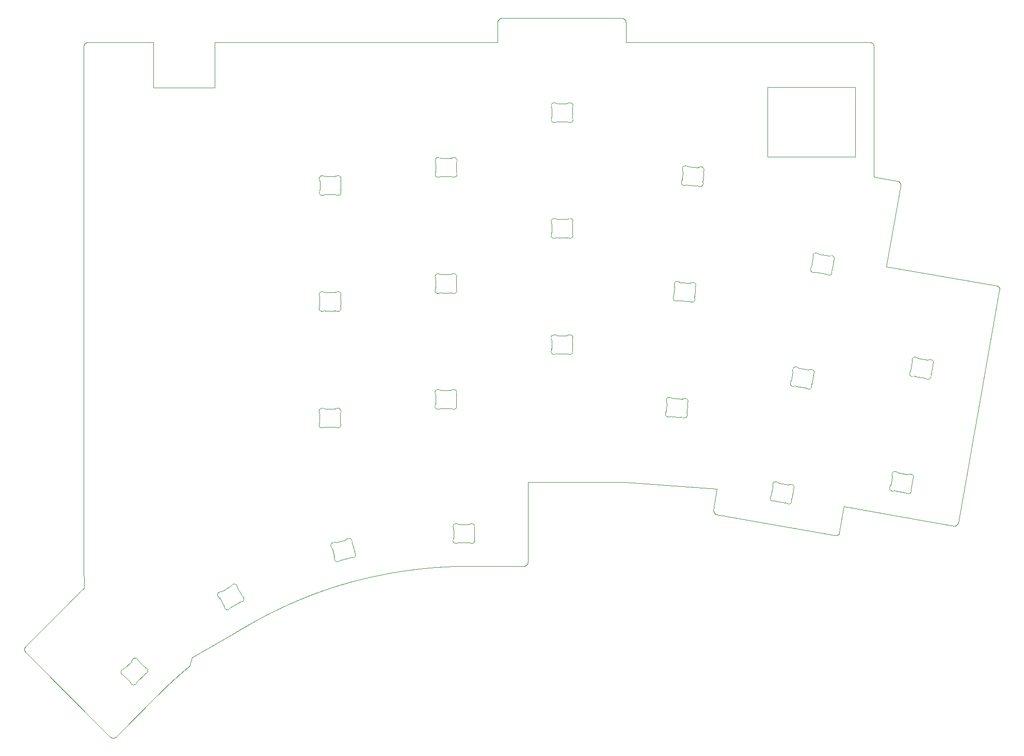
<source format=gm1>
G04 #@! TF.GenerationSoftware,KiCad,Pcbnew,9.0.1*
G04 #@! TF.CreationDate,2025-04-19T02:13:03+03:00*
G04 #@! TF.ProjectId,klor1_4,6b6c6f72-315f-4342-9e6b-696361645f70,v1.4.0*
G04 #@! TF.SameCoordinates,Original*
G04 #@! TF.FileFunction,Profile,NP*
%FSLAX46Y46*%
G04 Gerber Fmt 4.6, Leading zero omitted, Abs format (unit mm)*
G04 Created by KiCad (PCBNEW 9.0.1) date 2025-04-19 02:13:03*
%MOMM*%
%LPD*%
G01*
G04 APERTURE LIST*
G04 #@! TA.AperFunction,Profile*
%ADD10C,0.010000*%
G04 #@! TD*
%ADD11C,0.010000*%
G04 #@! TA.AperFunction,Profile*
%ADD12C,0.100000*%
G04 #@! TD*
G04 APERTURE END LIST*
D10*
X210241503Y-75251875D02*
X210241503Y-53885104D01*
X92045000Y-60619514D02*
X92045000Y-53144670D01*
D11*
X152769828Y-139175891D02*
X152777361Y-139175851D01*
X152784886Y-139175731D01*
X152792403Y-139175532D01*
X152799911Y-139175253D01*
X152807409Y-139174894D01*
X152814898Y-139174456D01*
X152822376Y-139173938D01*
X152829844Y-139173341D01*
X152837301Y-139172665D01*
X152844746Y-139171910D01*
X152852179Y-139171076D01*
X152859599Y-139170162D01*
X152867007Y-139169170D01*
X152874401Y-139168099D01*
X152881781Y-139166950D01*
X152889147Y-139165721D01*
X152896497Y-139164415D01*
X152903832Y-139163030D01*
X152911150Y-139161567D01*
X152918452Y-139160025D01*
X152925736Y-139158406D01*
X152933003Y-139156709D01*
X152940251Y-139154934D01*
X152947480Y-139153081D01*
X152954689Y-139151151D01*
X152961878Y-139149144D01*
X152969046Y-139147060D01*
X152976192Y-139144899D01*
X152983317Y-139142661D01*
X152990418Y-139140346D01*
X152997496Y-139137955D01*
X153004549Y-139135488D01*
X153011578Y-139132945D01*
X153018581Y-139130326D01*
X153025558Y-139127632D01*
X153032507Y-139124863D01*
X153039430Y-139122018D01*
X153046323Y-139119099D01*
X153053188Y-139116105D01*
X153060023Y-139113037D01*
X153066827Y-139109896D01*
X153073599Y-139106680D01*
X153080340Y-139103392D01*
X153087048Y-139100030D01*
X153093722Y-139096596D01*
X153100362Y-139093090D01*
X153106967Y-139089512D01*
X153113536Y-139085862D01*
X153120068Y-139082142D01*
X153126562Y-139078351D01*
X153133019Y-139074489D01*
X153139436Y-139070558D01*
X153145814Y-139066557D01*
X153152151Y-139062487D01*
X153158446Y-139058349D01*
X153164700Y-139054143D01*
X153170910Y-139049870D01*
X153177077Y-139045530D01*
X153183199Y-139041123D01*
X153189276Y-139036650D01*
X153195306Y-139032112D01*
X153201290Y-139027509D01*
X153207226Y-139022842D01*
X153213114Y-139018111D01*
X153218953Y-139013317D01*
X153224741Y-139008461D01*
X153230479Y-139003543D01*
X153236165Y-138998564D01*
X153241799Y-138993524D01*
X153247380Y-138988424D01*
X153252907Y-138983265D01*
X153258380Y-138978048D01*
X153263797Y-138972773D01*
X153269159Y-138967440D01*
X153271818Y-138964752D01*
X153274463Y-138962051D01*
X153277094Y-138959335D01*
X153279711Y-138956606D01*
X153282313Y-138953863D01*
X153284901Y-138951106D01*
X153287473Y-138948336D01*
X153290031Y-138945552D01*
X153292574Y-138942755D01*
X153295103Y-138939944D01*
X153297616Y-138937120D01*
X153300114Y-138934283D01*
X153302597Y-138931433D01*
X153305065Y-138928570D01*
X153307517Y-138925695D01*
X153309954Y-138922806D01*
X153312375Y-138919905D01*
X153314781Y-138916991D01*
X153317171Y-138914065D01*
X153319546Y-138911126D01*
X153321905Y-138908176D01*
X153324248Y-138905212D01*
X153326574Y-138902237D01*
X153328885Y-138899250D01*
X153331180Y-138896251D01*
X153333459Y-138893240D01*
X153335721Y-138890218D01*
X153337967Y-138887184D01*
X153340196Y-138884139D01*
X153342410Y-138881081D01*
X153344606Y-138878013D01*
X153346786Y-138874933D01*
X153348950Y-138871843D01*
X153351097Y-138868741D01*
X153353226Y-138865629D01*
X153355339Y-138862506D01*
X153357435Y-138859372D01*
X153359515Y-138856227D01*
X153361577Y-138853072D01*
X153363622Y-138849906D01*
X153365649Y-138846731D01*
X153367660Y-138843544D01*
X153369653Y-138840349D01*
X153371630Y-138837142D01*
X153373588Y-138833926D01*
X153375529Y-138830700D01*
X153377453Y-138827465D01*
X153379359Y-138824219D01*
X153381247Y-138820965D01*
X153383118Y-138817700D01*
X153384971Y-138814427D01*
X153386807Y-138811143D01*
X153388624Y-138807852D01*
X153390424Y-138804550D01*
X153392205Y-138801241D01*
X153393969Y-138797922D01*
X153395715Y-138794595D01*
X153397443Y-138791258D01*
X153399152Y-138787914D01*
X153400844Y-138784560D01*
X153402516Y-138781199D01*
X153404172Y-138777828D01*
X153405808Y-138774451D01*
X153407427Y-138771064D01*
X153409026Y-138767671D01*
X153410608Y-138764268D01*
X153412171Y-138760859D01*
X153413716Y-138757441D01*
X153415241Y-138754017D01*
X153416749Y-138750583D01*
X153418238Y-138747144D01*
X153419708Y-138743696D01*
X153421159Y-138740242D01*
X153422593Y-138736780D01*
X153424006Y-138733312D01*
X153425402Y-138729835D01*
X153426778Y-138726353D01*
X153428136Y-138722863D01*
X153429475Y-138719368D01*
X153430795Y-138715864D01*
X153432095Y-138712356D01*
X153433378Y-138708839D01*
X153434640Y-138705318D01*
X153435885Y-138701789D01*
X153437109Y-138698255D01*
X153438315Y-138694713D01*
X153439502Y-138691168D01*
X153440670Y-138687614D01*
X153441818Y-138684057D01*
X153442947Y-138680492D01*
X153444057Y-138676923D01*
X153445148Y-138673347D01*
X153446219Y-138669767D01*
X153447272Y-138666179D01*
X153448304Y-138662589D01*
X153449318Y-138658991D01*
X153450312Y-138655390D01*
X153451287Y-138651781D01*
X153452243Y-138648170D01*
X153453179Y-138644552D01*
X153454095Y-138640931D01*
X153454993Y-138637303D01*
X153455870Y-138633672D01*
X153456729Y-138630035D01*
X153457568Y-138626395D01*
X153458387Y-138622749D01*
X153459187Y-138619100D01*
X153459967Y-138615445D01*
X153460727Y-138611788D01*
X153461469Y-138608124D01*
X153462190Y-138604459D01*
X153462892Y-138600787D01*
X153463574Y-138597113D01*
X153464237Y-138593433D01*
X153464880Y-138589752D01*
X153465503Y-138586064D01*
X153466106Y-138582376D01*
X153466690Y-138578681D01*
X153467254Y-138574985D01*
X153467799Y-138571283D01*
X153468323Y-138567580D01*
X153468829Y-138563871D01*
X153469314Y-138560161D01*
X153469779Y-138556446D01*
X153470225Y-138552730D01*
X153470651Y-138549008D01*
X153471056Y-138545285D01*
X153471443Y-138541558D01*
X153471809Y-138537829D01*
X153472156Y-138534096D01*
X153472482Y-138530362D01*
X153472789Y-138526622D01*
X153473076Y-138522883D01*
X153473343Y-138519138D01*
X153473590Y-138515394D01*
X153473817Y-138511644D01*
X153474024Y-138507894D01*
X153474212Y-138504139D01*
X153474379Y-138500385D01*
X153474527Y-138496625D01*
X153474654Y-138492866D01*
X153474762Y-138489102D01*
X153474849Y-138485339D01*
X153474917Y-138481571D01*
X153474965Y-138477803D01*
X153474992Y-138474031D01*
X153475000Y-138470718D01*
X230832582Y-93903724D02*
X230833895Y-93900085D01*
X230835185Y-93896450D01*
X230836452Y-93892820D01*
X230837696Y-93889193D01*
X230838918Y-93885571D01*
X230840118Y-93881954D01*
X230841295Y-93878340D01*
X230842449Y-93874731D01*
X230843582Y-93871126D01*
X230844692Y-93867526D01*
X230845780Y-93863929D01*
X230846845Y-93860337D01*
X230847889Y-93856750D01*
X230848910Y-93853167D01*
X230849909Y-93849588D01*
X230850887Y-93846013D01*
X230851842Y-93842443D01*
X230852776Y-93838878D01*
X230853688Y-93835316D01*
X230854578Y-93831760D01*
X230855446Y-93828207D01*
X230856293Y-93824660D01*
X230857118Y-93821116D01*
X230857922Y-93817577D01*
X230858704Y-93814043D01*
X230859465Y-93810513D01*
X230860204Y-93806987D01*
X230860922Y-93803467D01*
X230861619Y-93799950D01*
X230862294Y-93796439D01*
X230862948Y-93792931D01*
X230863581Y-93789429D01*
X230864193Y-93785930D01*
X230864784Y-93782437D01*
X230865354Y-93778948D01*
X230865902Y-93775464D01*
X230866430Y-93771984D01*
X230866937Y-93768509D01*
X230867423Y-93765038D01*
X230867888Y-93761573D01*
X230868333Y-93758111D01*
X230868757Y-93754655D01*
X230869160Y-93751203D01*
X230869542Y-93747757D01*
X230869904Y-93744314D01*
X230870245Y-93740877D01*
X230870566Y-93737444D01*
X230870866Y-93734017D01*
X230871146Y-93730593D01*
X230871405Y-93727175D01*
X230871644Y-93723761D01*
X230871862Y-93720353D01*
X230872060Y-93716948D01*
X230872238Y-93713550D01*
X230872396Y-93710155D01*
X230872533Y-93706766D01*
X230872651Y-93703381D01*
X230872748Y-93700002D01*
X230872825Y-93696627D01*
X230872882Y-93693257D01*
X230872919Y-93689892D01*
X230872935Y-93686533D01*
X230872932Y-93683177D01*
X230872909Y-93679828D01*
X230872866Y-93676483D01*
X230872803Y-93673144D01*
X230872720Y-93669808D01*
X230872617Y-93666479D01*
X230872353Y-93659835D01*
X230872009Y-93653212D01*
X230871586Y-93646609D01*
X230871084Y-93640026D01*
X230870505Y-93633465D01*
X230869846Y-93626925D01*
X230869110Y-93620406D01*
X230868296Y-93613909D01*
X230867404Y-93607433D01*
X230866434Y-93600979D01*
X230865387Y-93594547D01*
X230864263Y-93588138D01*
X230863062Y-93581751D01*
X230861783Y-93575386D01*
X230860428Y-93569045D01*
X230858996Y-93562726D01*
X230857488Y-93556431D01*
X230855903Y-93550160D01*
X230854241Y-93543912D01*
X230852504Y-93537689D01*
X230850690Y-93531490D01*
X230848800Y-93525316D01*
X230846835Y-93519167D01*
X230844794Y-93513043D01*
X230842677Y-93506945D01*
X230840484Y-93500873D01*
X230838217Y-93494828D01*
X230835873Y-93488809D01*
X230833455Y-93482817D01*
X230830962Y-93476852D01*
X230828393Y-93470916D01*
X230825750Y-93465007D01*
X230823032Y-93459127D01*
X230820239Y-93453276D01*
X230817372Y-93447455D01*
X230814430Y-93441663D01*
X230811415Y-93435902D01*
X230808325Y-93430171D01*
X230805161Y-93424472D01*
X230801923Y-93418804D01*
X230798612Y-93413169D01*
X230795227Y-93407566D01*
X230791769Y-93401996D01*
X230788238Y-93396460D01*
X230784633Y-93390958D01*
X230780956Y-93385491D01*
X230777206Y-93380059D01*
X230773384Y-93374664D01*
X230769490Y-93369304D01*
X230765523Y-93363981D01*
X230761485Y-93358696D01*
X230757376Y-93353450D01*
X230753195Y-93348241D01*
X230748943Y-93343073D01*
X230744621Y-93337944D01*
X230740228Y-93332856D01*
X230735766Y-93327809D01*
X230731233Y-93322803D01*
X230726631Y-93317841D01*
X230721960Y-93312921D01*
X230717221Y-93308046D01*
X230712413Y-93303214D01*
X230707537Y-93298428D01*
X230702593Y-93293688D01*
X230697583Y-93288994D01*
X230692506Y-93284347D01*
X230687362Y-93279748D01*
X230682153Y-93275198D01*
X230676879Y-93270697D01*
X230671540Y-93266246D01*
X230666136Y-93261845D01*
X230660669Y-93257496D01*
X230655139Y-93253198D01*
X230649546Y-93248953D01*
X230643890Y-93244762D01*
X230638174Y-93240625D01*
X230632396Y-93236542D01*
X230626559Y-93232515D01*
X230620662Y-93228544D01*
X230614705Y-93224629D01*
X230608691Y-93220772D01*
X230602619Y-93216973D01*
X230596490Y-93213233D01*
X230590304Y-93209553D01*
X230584064Y-93205932D01*
X230577768Y-93202373D01*
X230571418Y-93198874D01*
X230565016Y-93195438D01*
X230558560Y-93192065D01*
X230552053Y-93188754D01*
X230545496Y-93185508D01*
X230538888Y-93182326D01*
X230532230Y-93179209D01*
X230525525Y-93176159D01*
X230518772Y-93173174D01*
X230511972Y-93170256D01*
X230508554Y-93168822D01*
X230505126Y-93167406D01*
X230501686Y-93166006D01*
X230498235Y-93164623D01*
X230494773Y-93163258D01*
X230491300Y-93161910D01*
X230487816Y-93160578D01*
X230484321Y-93159265D01*
X230480816Y-93157968D01*
X230477300Y-93156690D01*
X230473774Y-93155428D01*
X230470238Y-93154184D01*
X230466692Y-93152958D01*
X230463135Y-93151750D01*
X230459569Y-93150559D01*
X230455993Y-93149386D01*
X230452407Y-93148231D01*
X230448811Y-93147094D01*
X230445206Y-93145975D01*
X230441592Y-93144874D01*
X230437968Y-93143791D01*
X230434336Y-93142726D01*
X230430694Y-93141680D01*
X230427043Y-93140652D01*
X230423384Y-93139642D01*
X230419716Y-93138650D01*
X230416039Y-93137677D01*
X230412354Y-93136722D01*
X230408661Y-93135786D01*
X230404959Y-93134868D01*
X230401250Y-93133969D01*
X230397532Y-93133089D01*
X230393806Y-93132227D01*
X230390073Y-93131384D01*
X230386332Y-93130560D01*
X230382583Y-93129755D01*
X230378828Y-93128969D01*
X230375064Y-93128201D01*
X230374220Y-93128032D01*
D10*
X148538783Y-53144670D02*
X102103080Y-53144670D01*
D11*
X105170585Y-150282382D02*
X105207295Y-150257957D01*
X105244190Y-150233504D01*
X105281272Y-150209024D01*
X105318540Y-150184516D01*
X105355996Y-150159980D01*
X105393640Y-150135416D01*
X105431474Y-150110825D01*
X105469497Y-150086205D01*
X105507712Y-150061556D01*
X105546118Y-150036879D01*
X105584718Y-150012173D01*
X105623510Y-149987437D01*
X105662497Y-149962673D01*
X105701679Y-149937879D01*
X105741058Y-149913056D01*
X105780633Y-149888202D01*
X105820407Y-149863319D01*
X105860380Y-149838405D01*
X105900552Y-149813461D01*
X105940926Y-149788486D01*
X105981501Y-149763480D01*
X106022279Y-149738442D01*
X106063262Y-149713374D01*
X106104449Y-149688273D01*
X106145842Y-149663140D01*
X106187443Y-149637975D01*
X106229251Y-149612778D01*
X106271269Y-149587547D01*
X106313497Y-149562283D01*
X106355937Y-149536986D01*
X106398589Y-149511654D01*
X106441456Y-149486289D01*
X106484538Y-149460889D01*
X106527836Y-149435454D01*
X106571351Y-149409984D01*
X106615086Y-149384478D01*
X106659041Y-149358936D01*
X106703218Y-149333357D01*
X106747618Y-149307741D01*
X106792242Y-149282089D01*
X106837092Y-149256398D01*
X106882169Y-149230669D01*
X106927476Y-149204901D01*
X106973012Y-149179094D01*
X107018781Y-149153248D01*
X107064784Y-149127361D01*
X107111021Y-149101433D01*
X107157496Y-149075463D01*
X107204210Y-149049452D01*
X107251164Y-149023398D01*
X107298361Y-148997300D01*
X107345802Y-148971159D01*
X107393490Y-148944972D01*
X107441426Y-148918741D01*
X107462400Y-148907292D01*
D10*
X214084700Y-75921789D02*
X210241503Y-75251875D01*
D11*
X81370965Y-53144670D02*
X81362751Y-53144710D01*
X81354556Y-53144830D01*
X81346381Y-53145029D01*
X81338227Y-53145307D01*
X81330093Y-53145665D01*
X81321981Y-53146102D01*
X81313890Y-53146617D01*
X81305821Y-53147212D01*
X81297775Y-53147884D01*
X81289751Y-53148635D01*
X81281750Y-53149464D01*
X81273773Y-53150370D01*
X81265820Y-53151355D01*
X81257892Y-53152417D01*
X81249988Y-53153555D01*
X81242110Y-53154771D01*
X81234257Y-53156064D01*
X81226431Y-53157434D01*
X81218632Y-53158879D01*
X81210859Y-53160401D01*
X81203115Y-53161999D01*
X81195398Y-53163673D01*
X81187710Y-53165422D01*
X81180052Y-53167247D01*
X81172423Y-53169146D01*
X81164824Y-53171121D01*
X81157255Y-53173170D01*
X81149718Y-53175293D01*
X81142212Y-53177490D01*
X81134739Y-53179761D01*
X81127298Y-53182106D01*
X81119891Y-53184524D01*
X81112517Y-53187015D01*
X81105178Y-53189578D01*
X81097873Y-53192215D01*
X81090604Y-53194923D01*
X81083371Y-53197703D01*
X81076175Y-53200555D01*
X81069015Y-53203477D01*
X81061894Y-53206471D01*
X81054810Y-53209536D01*
X81047766Y-53212670D01*
X81040760Y-53215875D01*
X81033795Y-53219149D01*
X81026871Y-53222492D01*
X81019987Y-53225905D01*
X81013145Y-53229385D01*
X81006346Y-53232934D01*
X80999590Y-53236551D01*
X80992877Y-53240234D01*
X80986208Y-53243985D01*
X80979584Y-53247803D01*
X80973006Y-53251686D01*
X80966473Y-53255635D01*
X80959987Y-53259649D01*
X80953548Y-53263729D01*
X80947157Y-53267872D01*
X80940814Y-53272079D01*
X80934520Y-53276350D01*
X80928276Y-53280684D01*
X80922082Y-53285080D01*
X80915939Y-53289539D01*
X80909847Y-53294058D01*
X80903807Y-53298639D01*
X80897820Y-53303280D01*
X80891886Y-53307981D01*
X80886006Y-53312742D01*
X80880180Y-53317561D01*
X80874409Y-53322439D01*
X80871544Y-53324900D01*
X80868693Y-53327374D01*
X80865856Y-53329864D01*
X80863034Y-53332367D01*
X80860225Y-53334885D01*
X80857431Y-53337416D01*
X80854651Y-53339962D01*
X80851886Y-53342522D01*
X80849134Y-53345095D01*
X80846398Y-53347683D01*
X80843676Y-53350284D01*
X80840968Y-53352899D01*
X80838276Y-53355527D01*
X80835598Y-53358169D01*
X80832935Y-53360824D01*
X80830287Y-53363493D01*
X80827654Y-53366174D01*
X80825036Y-53368870D01*
X80822433Y-53371578D01*
X80819845Y-53374299D01*
X80817273Y-53377033D01*
X80814716Y-53379780D01*
X80812174Y-53382540D01*
X80809648Y-53385313D01*
X80807137Y-53388098D01*
X80804642Y-53390896D01*
X80802163Y-53393706D01*
X80799699Y-53396529D01*
X80797251Y-53399364D01*
X80794819Y-53402212D01*
X80792402Y-53405071D01*
X80790002Y-53407943D01*
X80787618Y-53410827D01*
X80785250Y-53413723D01*
X80782898Y-53416630D01*
X80780562Y-53419549D01*
X80778242Y-53422480D01*
X80775939Y-53425423D01*
X80773652Y-53428377D01*
X80771382Y-53431343D01*
X80769128Y-53434319D01*
X80766890Y-53437308D01*
X80764670Y-53440307D01*
X80762465Y-53443318D01*
X80760278Y-53446339D01*
X80758107Y-53449372D01*
X80755954Y-53452415D01*
X80753816Y-53455470D01*
X80751697Y-53458534D01*
X80749593Y-53461610D01*
X80747507Y-53464696D01*
X80745438Y-53467793D01*
X80743387Y-53470899D01*
X80741352Y-53474017D01*
X80739335Y-53477144D01*
X80737334Y-53480282D01*
X80735352Y-53483429D01*
X80733386Y-53486587D01*
X80731438Y-53489753D01*
X80729507Y-53492931D01*
X80727595Y-53496117D01*
X80725699Y-53499314D01*
X80723821Y-53502520D01*
X80721961Y-53505736D01*
X80720119Y-53508960D01*
X80718294Y-53512195D01*
X80716487Y-53515438D01*
X80714698Y-53518691D01*
X80712927Y-53521951D01*
X80711173Y-53525222D01*
X80709438Y-53528501D01*
X80707720Y-53531790D01*
X80706021Y-53535086D01*
X80704340Y-53538392D01*
X80702677Y-53541705D01*
X80701031Y-53545028D01*
X80699405Y-53548359D01*
X80697796Y-53551698D01*
X80696206Y-53555045D01*
X80694633Y-53558401D01*
X80693080Y-53561764D01*
X80691544Y-53565136D01*
X80690027Y-53568514D01*
X80688528Y-53571902D01*
X80687049Y-53575296D01*
X80685587Y-53578700D01*
X80684144Y-53582109D01*
X80682719Y-53585527D01*
X80681314Y-53588952D01*
X80679926Y-53592385D01*
X80678558Y-53595823D01*
X80677207Y-53599271D01*
X80675876Y-53602724D01*
X80674564Y-53606185D01*
X80673270Y-53609652D01*
X80671995Y-53613128D01*
X80670739Y-53616608D01*
X80669502Y-53620097D01*
X80668284Y-53623591D01*
X80667084Y-53627093D01*
X80665904Y-53630600D01*
X80664742Y-53634115D01*
X80663600Y-53637635D01*
X80662476Y-53641163D01*
X80661372Y-53644695D01*
X80660286Y-53648234D01*
X80659220Y-53651779D01*
X80658173Y-53655331D01*
X80657145Y-53658887D01*
X80656136Y-53662450D01*
X80655147Y-53666018D01*
X80654176Y-53669593D01*
X80653225Y-53673172D01*
X80652293Y-53676758D01*
X80651380Y-53680347D01*
X80650487Y-53683944D01*
X80649613Y-53687545D01*
X80648758Y-53691152D01*
X80647922Y-53694763D01*
X80647106Y-53698381D01*
X80646310Y-53702002D01*
X80645532Y-53705630D01*
X80644774Y-53709261D01*
X80644036Y-53712898D01*
X80643317Y-53716539D01*
X80642617Y-53720186D01*
X80641938Y-53723835D01*
X80641277Y-53727492D01*
X80640636Y-53731150D01*
X80640015Y-53734816D01*
X80639413Y-53738483D01*
X80638831Y-53742157D01*
X80638268Y-53745833D01*
X80637725Y-53749516D01*
X80637202Y-53753200D01*
X80636698Y-53756890D01*
X80636214Y-53760583D01*
X80635750Y-53764281D01*
X80635305Y-53767982D01*
X80634880Y-53771688D01*
X80634475Y-53775396D01*
X80634089Y-53779109D01*
X80633723Y-53782824D01*
X80633377Y-53786545D01*
X80633051Y-53790267D01*
X80632745Y-53793995D01*
X80632458Y-53797724D01*
X80632191Y-53801459D01*
X80631945Y-53805195D01*
X80631717Y-53808936D01*
X80631510Y-53812678D01*
X80631323Y-53816425D01*
X80631156Y-53820173D01*
X80631008Y-53823927D01*
X80630880Y-53827681D01*
X80630773Y-53831440D01*
X80630685Y-53835200D01*
X80630617Y-53838965D01*
X80630570Y-53842731D01*
X80630542Y-53846501D01*
X80630534Y-53849845D01*
D10*
X92045000Y-53144670D02*
X82287690Y-53144670D01*
D11*
X92794784Y-160295850D02*
X92823533Y-160267115D01*
X92852297Y-160238394D01*
X92881033Y-160209728D01*
X92909784Y-160181077D01*
X92938507Y-160152481D01*
X92967244Y-160123900D01*
X92995953Y-160095373D01*
X93024677Y-160066862D01*
X93053374Y-160038405D01*
X93082085Y-160009963D01*
X93110768Y-159981575D01*
X93139466Y-159953202D01*
X93168136Y-159924884D01*
X93196821Y-159896580D01*
X93225478Y-159868331D01*
X93254150Y-159840096D01*
X93282794Y-159811916D01*
X93311453Y-159783750D01*
X93340085Y-159755639D01*
X93368730Y-159727542D01*
X93397349Y-159699499D01*
X93425982Y-159671471D01*
X93454588Y-159643497D01*
X93483208Y-159615537D01*
X93511801Y-159587632D01*
X93540408Y-159559741D01*
X93568989Y-159531903D01*
X93597583Y-159504080D01*
X93626151Y-159476311D01*
X93654733Y-159448557D01*
X93683288Y-159420855D01*
X93711857Y-159393169D01*
X93740400Y-159365536D01*
X93768956Y-159337917D01*
X93797487Y-159310352D01*
X93826031Y-159282801D01*
X93854548Y-159255304D01*
X93883080Y-159227821D01*
X93911585Y-159200391D01*
X93940104Y-159172975D01*
X93968597Y-159145613D01*
X93997103Y-159118265D01*
X94025584Y-159090970D01*
X94054078Y-159063689D01*
X94082546Y-159036461D01*
X94111028Y-159009248D01*
X94139484Y-158982087D01*
X94167953Y-158954941D01*
X94196397Y-158927847D01*
X94224854Y-158900768D01*
X94253286Y-158873741D01*
X94281731Y-158846729D01*
X94310150Y-158819768D01*
X94338583Y-158792823D01*
X94366991Y-158765929D01*
X94395411Y-158739050D01*
X94423806Y-158712223D01*
X94452215Y-158685411D01*
X94480598Y-158658650D01*
X94508995Y-158631904D01*
X94537366Y-158605210D01*
X94565750Y-158578530D01*
X94594110Y-158551902D01*
X94622482Y-158525289D01*
X94650830Y-158498727D01*
X94679190Y-158472180D01*
X94707526Y-158445683D01*
X94735874Y-158419202D01*
X94764198Y-158392771D01*
X94792535Y-158366356D01*
X94820847Y-158339991D01*
X94849172Y-158313642D01*
X94877472Y-158287343D01*
X94905785Y-158261059D01*
X94934074Y-158234825D01*
X94962375Y-158208607D01*
X94990652Y-158182439D01*
X95018942Y-158156286D01*
X95047207Y-158130183D01*
X95075485Y-158104095D01*
X95103739Y-158078057D01*
X95132005Y-158052035D01*
X95160248Y-158026062D01*
X95188502Y-158000105D01*
X95216733Y-157974197D01*
X95244976Y-157948304D01*
X95273196Y-157922461D01*
X95301427Y-157896634D01*
X95329635Y-157870856D01*
X95357855Y-157845093D01*
X95386052Y-157819379D01*
X95414260Y-157793681D01*
X95442445Y-157768032D01*
X95470643Y-157742399D01*
X95498816Y-157716814D01*
X95527002Y-157691245D01*
X95555165Y-157665725D01*
X95583339Y-157640220D01*
X95611490Y-157614764D01*
X95639654Y-157589323D01*
X95667794Y-157563931D01*
X95695946Y-157538555D01*
X95724075Y-157513227D01*
X95752215Y-157487914D01*
X95780333Y-157462650D01*
X95808463Y-157437402D01*
X95836569Y-157412201D01*
X95864688Y-157387017D01*
X95892783Y-157361880D01*
X95920890Y-157336759D01*
X95948975Y-157311686D01*
X95977071Y-157286628D01*
X96005144Y-157261619D01*
X96033229Y-157236625D01*
X96061292Y-157211679D01*
X96089366Y-157186748D01*
X96117417Y-157161865D01*
X96145481Y-157136998D01*
X96173521Y-157112178D01*
X96201573Y-157087374D01*
X96229603Y-157062617D01*
X96257644Y-157037877D01*
X96285663Y-157013183D01*
X96313693Y-156988505D01*
X96341701Y-156963874D01*
X96369721Y-156939259D01*
X96397718Y-156914691D01*
X96425727Y-156890139D01*
X96453713Y-156865633D01*
X96481711Y-156841144D01*
X96509687Y-156816701D01*
X96537674Y-156792274D01*
X96565639Y-156767893D01*
X96593616Y-156743529D01*
X96621570Y-156719211D01*
X96649536Y-156694909D01*
X96677479Y-156670653D01*
X96705435Y-156646413D01*
X96733368Y-156622219D01*
X96761312Y-156598042D01*
X96789235Y-156573910D01*
X96817169Y-156549795D01*
X96845081Y-156525725D01*
X96873004Y-156501672D01*
X96900906Y-156477664D01*
X96928819Y-156453673D01*
X96956710Y-156429727D01*
X96984612Y-156405797D01*
X97012493Y-156381913D01*
X97040385Y-156358045D01*
X97068255Y-156334222D01*
X97096137Y-156310416D01*
X97123997Y-156286654D01*
X97151868Y-156262910D01*
X97179717Y-156239210D01*
X97207578Y-156215526D01*
X97235417Y-156191888D01*
X97263268Y-156168266D01*
X97291097Y-156144688D01*
X97318937Y-156121128D01*
X97346755Y-156097611D01*
X97374585Y-156074112D01*
X97402394Y-156050657D01*
X97430214Y-156027218D01*
X97458012Y-156003824D01*
X97485821Y-155980446D01*
X97513609Y-155957113D01*
X97541409Y-155933796D01*
X97569187Y-155910523D01*
X97596976Y-155887267D01*
X97624744Y-155864055D01*
X97652523Y-155840860D01*
X97680280Y-155817708D01*
X97708049Y-155794574D01*
X97735797Y-155771483D01*
X97763556Y-155748408D01*
X97791294Y-155725378D01*
X97819043Y-155702364D01*
X97846770Y-155679394D01*
X97874509Y-155656440D01*
X97902227Y-155633530D01*
X97929956Y-155610636D01*
X97977813Y-155571186D01*
X84967353Y-167171297D02*
X84970182Y-167174112D01*
X84973021Y-167176908D01*
X84975870Y-167179687D01*
X84978729Y-167182447D01*
X84981599Y-167185190D01*
X84984477Y-167187914D01*
X84987367Y-167190621D01*
X84990265Y-167193308D01*
X84993174Y-167195978D01*
X84996092Y-167198629D01*
X84999021Y-167201263D01*
X85001958Y-167203878D01*
X85004905Y-167206475D01*
X85007862Y-167209053D01*
X85010828Y-167211614D01*
X85013803Y-167214156D01*
X85016789Y-167216680D01*
X85019782Y-167219185D01*
X85022786Y-167221673D01*
X85025798Y-167224141D01*
X85028820Y-167226592D01*
X85031851Y-167229024D01*
X85034891Y-167231438D01*
X85037939Y-167233833D01*
X85040997Y-167236210D01*
X85044063Y-167238568D01*
X85047139Y-167240909D01*
X85050222Y-167243230D01*
X85053315Y-167245533D01*
X85056416Y-167247817D01*
X85059526Y-167250084D01*
X85062644Y-167252331D01*
X85065771Y-167254560D01*
X85068905Y-167256770D01*
X85072049Y-167258962D01*
X85075200Y-167261135D01*
X85078360Y-167263290D01*
X85081528Y-167265426D01*
X85084704Y-167267543D01*
X85087888Y-167269641D01*
X85091080Y-167271722D01*
X85094279Y-167273782D01*
X85097487Y-167275825D01*
X85100702Y-167277849D01*
X85103925Y-167279854D01*
X85107156Y-167281840D01*
X85110394Y-167283807D01*
X85113640Y-167285756D01*
X85116893Y-167287685D01*
X85120153Y-167289596D01*
X85123422Y-167291488D01*
X85126696Y-167293361D01*
X85129979Y-167295216D01*
X85133268Y-167297051D01*
X85139868Y-167300664D01*
X85146496Y-167304202D01*
X85153151Y-167307664D01*
X85159833Y-167311049D01*
X85166541Y-167314359D01*
X85173274Y-167317592D01*
X85180033Y-167320748D01*
X85186816Y-167323827D01*
X85193623Y-167326830D01*
X85200453Y-167329755D01*
X85207307Y-167332604D01*
X85214182Y-167335375D01*
X85221080Y-167338069D01*
X85227998Y-167340685D01*
X85234938Y-167343224D01*
X85241897Y-167345685D01*
X85248875Y-167348067D01*
X85255873Y-167350372D01*
X85262888Y-167352599D01*
X85269922Y-167354748D01*
X85276972Y-167356818D01*
X85284039Y-167358809D01*
X85291122Y-167360722D01*
X85298219Y-167362557D01*
X85305332Y-167364312D01*
X85312458Y-167365989D01*
X85319598Y-167367586D01*
X85326751Y-167369105D01*
X85333915Y-167370544D01*
X85341091Y-167371904D01*
X85348278Y-167373185D01*
X85355476Y-167374387D01*
X85362682Y-167375509D01*
X85369898Y-167376551D01*
X85377122Y-167377514D01*
X85384353Y-167378397D01*
X85391592Y-167379200D01*
X85398837Y-167379924D01*
X85406087Y-167380568D01*
X85413343Y-167381132D01*
X85420603Y-167381616D01*
X85427867Y-167382020D01*
X85435133Y-167382344D01*
X85442402Y-167382589D01*
X85449673Y-167382753D01*
X85456945Y-167382837D01*
X85464218Y-167382842D01*
X85467854Y-167382814D01*
X85471490Y-167382766D01*
X85475125Y-167382698D01*
X85478761Y-167382610D01*
X85482396Y-167382502D01*
X85486031Y-167382375D01*
X85489665Y-167382227D01*
X85493298Y-167382059D01*
X85496931Y-167381871D01*
X85500563Y-167381663D01*
X85504193Y-167381436D01*
X85507824Y-167381188D01*
X85511452Y-167380920D01*
X85515080Y-167380632D01*
X85518707Y-167380325D01*
X85522332Y-167379997D01*
X85525956Y-167379649D01*
X85529579Y-167379282D01*
X85533200Y-167378894D01*
X85536819Y-167378487D01*
X85540437Y-167378059D01*
X85544053Y-167377612D01*
X85547667Y-167377145D01*
X85551279Y-167376658D01*
X85554889Y-167376151D01*
X85558497Y-167375624D01*
X85562102Y-167375077D01*
X85565706Y-167374510D01*
X85569307Y-167373923D01*
X85572906Y-167373317D01*
X85576502Y-167372690D01*
X85580095Y-167372044D01*
X85583686Y-167371378D01*
X85587275Y-167370692D01*
X85590860Y-167369986D01*
X85594442Y-167369261D01*
X85598021Y-167368515D01*
X85601598Y-167367750D01*
X85605171Y-167366965D01*
X85608741Y-167366160D01*
X85612308Y-167365336D01*
X85615871Y-167364491D01*
X85619431Y-167363627D01*
X85622987Y-167362744D01*
X85626540Y-167361840D01*
X85630089Y-167360917D01*
X85633634Y-167359974D01*
X85637176Y-167359011D01*
X85640713Y-167358029D01*
X85644247Y-167357027D01*
X85647776Y-167356006D01*
X85651301Y-167354965D01*
X85654822Y-167353904D01*
X85658339Y-167352823D01*
X85661851Y-167351723D01*
X85665359Y-167350604D01*
X85668862Y-167349465D01*
X85672361Y-167348306D01*
X85675855Y-167347128D01*
X85679345Y-167345930D01*
X85682829Y-167344713D01*
X85686309Y-167343476D01*
X85689783Y-167342220D01*
X85693253Y-167340944D01*
X85696717Y-167339649D01*
X85700176Y-167338335D01*
X85703630Y-167337001D01*
X85707079Y-167335647D01*
X85710522Y-167334275D01*
X85713960Y-167332883D01*
X85717392Y-167331472D01*
X85720819Y-167330041D01*
X85724239Y-167328591D01*
X85727655Y-167327121D01*
X85731064Y-167325633D01*
X85734467Y-167324125D01*
X85737864Y-167322598D01*
X85741256Y-167321051D01*
X85744641Y-167319486D01*
X85748020Y-167317901D01*
X85751393Y-167316297D01*
X85754760Y-167314674D01*
X85758119Y-167313032D01*
X85761473Y-167311370D01*
X85764820Y-167309690D01*
X85768161Y-167307990D01*
X85771495Y-167306272D01*
X85774822Y-167304534D01*
X85778142Y-167302778D01*
X85781456Y-167301002D01*
X85784762Y-167299207D01*
X85788062Y-167297393D01*
X85791354Y-167295561D01*
X85794640Y-167293709D01*
X85797918Y-167291838D01*
X85801189Y-167289949D01*
X85804453Y-167288041D01*
X85807710Y-167286113D01*
X85810958Y-167284167D01*
X85814200Y-167282202D01*
X85817433Y-167280218D01*
X85820660Y-167278216D01*
X85823878Y-167276194D01*
X85827089Y-167274154D01*
X85830292Y-167272095D01*
X85833487Y-167270017D01*
X85836674Y-167267921D01*
X85839853Y-167265806D01*
X85843024Y-167263673D01*
X85846187Y-167261520D01*
X85849342Y-167259349D01*
X85852489Y-167257159D01*
X85855626Y-167254951D01*
X85858757Y-167252724D01*
X85861878Y-167250479D01*
X85864991Y-167248214D01*
X85868095Y-167245932D01*
X85871191Y-167243630D01*
X85874278Y-167241311D01*
X85877357Y-167238973D01*
X85880426Y-167236616D01*
X85883487Y-167234241D01*
X85886539Y-167231848D01*
X85889582Y-167229435D01*
X85892616Y-167227005D01*
X85895641Y-167224556D01*
X85898657Y-167222089D01*
X85901664Y-167219604D01*
X85904661Y-167217100D01*
X85907649Y-167214577D01*
X85910628Y-167212037D01*
X85913597Y-167209478D01*
X85916557Y-167206901D01*
X85919508Y-167204306D01*
X85922448Y-167201692D01*
X85925380Y-167199060D01*
X85928301Y-167196410D01*
X85931213Y-167193742D01*
X85934115Y-167191056D01*
X85937008Y-167188350D01*
X85939889Y-167185628D01*
X85942762Y-167182887D01*
X85945624Y-167180128D01*
X85948477Y-167177350D01*
X85951319Y-167174555D01*
X85954151Y-167171741D01*
X85954596Y-167171297D01*
D10*
X98400916Y-154196096D02*
X105170585Y-150282382D01*
X169447190Y-125425000D02*
X184537912Y-126482762D01*
D11*
X214613581Y-76697481D02*
X214614854Y-76690912D01*
X214616048Y-76684330D01*
X214617164Y-76677735D01*
X214618201Y-76671126D01*
X214619159Y-76664504D01*
X214620038Y-76657869D01*
X214620839Y-76651221D01*
X214621561Y-76644561D01*
X214622203Y-76637888D01*
X214622767Y-76631203D01*
X214623252Y-76624506D01*
X214623657Y-76617796D01*
X214623983Y-76611076D01*
X214624230Y-76604343D01*
X214624397Y-76597600D01*
X214624485Y-76590845D01*
X214624493Y-76584080D01*
X214624421Y-76577304D01*
X214624269Y-76570519D01*
X214624037Y-76563723D01*
X214623725Y-76556918D01*
X214623333Y-76550104D01*
X214622860Y-76543282D01*
X214622306Y-76536450D01*
X214621672Y-76529611D01*
X214620956Y-76522765D01*
X214620160Y-76515911D01*
X214619282Y-76509051D01*
X214618324Y-76502184D01*
X214617283Y-76495312D01*
X214616162Y-76488435D01*
X214614958Y-76481553D01*
X214613673Y-76474667D01*
X214612306Y-76467778D01*
X214610856Y-76460886D01*
X214609325Y-76453991D01*
X214607712Y-76447095D01*
X214606016Y-76440199D01*
X214604238Y-76433301D01*
X214602378Y-76426405D01*
X214600435Y-76419509D01*
X214598410Y-76412616D01*
X214596302Y-76405725D01*
X214594112Y-76398838D01*
X214591839Y-76391956D01*
X214589484Y-76385078D01*
X214587047Y-76378207D01*
X214584527Y-76371343D01*
X214581926Y-76364487D01*
X214579242Y-76357639D01*
X214576476Y-76350802D01*
X214573629Y-76343976D01*
X214570700Y-76337161D01*
X214567689Y-76330360D01*
X214564597Y-76323572D01*
X214561425Y-76316800D01*
X214558171Y-76310043D01*
X214554838Y-76303305D01*
X214551424Y-76296584D01*
X214547931Y-76289883D01*
X214544358Y-76283204D01*
X214540707Y-76276546D01*
X214536977Y-76269911D01*
X214533170Y-76263301D01*
X214529285Y-76256717D01*
X214525323Y-76250159D01*
X214521284Y-76243630D01*
X214517170Y-76237131D01*
X214512981Y-76230662D01*
X214508718Y-76224226D01*
X214504381Y-76217823D01*
X214499971Y-76211455D01*
X214495489Y-76205123D01*
X214490936Y-76198829D01*
X214486312Y-76192574D01*
X214481618Y-76186359D01*
X214476856Y-76180185D01*
X214472026Y-76174055D01*
X214467128Y-76167969D01*
X214462166Y-76161928D01*
X214457138Y-76155935D01*
X214452046Y-76149990D01*
X214446892Y-76144095D01*
X214441676Y-76138250D01*
X214436400Y-76132458D01*
X214431064Y-76126720D01*
X214425671Y-76121037D01*
X214420220Y-76115410D01*
X214414714Y-76109840D01*
X214411941Y-76107077D01*
X214409154Y-76104329D01*
X214406354Y-76101596D01*
X214403540Y-76098879D01*
X214400714Y-76096176D01*
X214397875Y-76093489D01*
X214395024Y-76090818D01*
X214392159Y-76088162D01*
X214389283Y-76085522D01*
X214386395Y-76082898D01*
X214383495Y-76080291D01*
X214380582Y-76077700D01*
X214377659Y-76075125D01*
X214374723Y-76072567D01*
X214371777Y-76070025D01*
X214368820Y-76067501D01*
X214365852Y-76064993D01*
X214362872Y-76062503D01*
X214359883Y-76060030D01*
X214356883Y-76057574D01*
X214353873Y-76055136D01*
X214350853Y-76052715D01*
X214347823Y-76050312D01*
X214344783Y-76047927D01*
X214341735Y-76045561D01*
X214338676Y-76043211D01*
X214335609Y-76040881D01*
X214332532Y-76038568D01*
X214329448Y-76036275D01*
X214326353Y-76033999D01*
X214323252Y-76031744D01*
X214320141Y-76029505D01*
X214317023Y-76027287D01*
X214313896Y-76025086D01*
X214310764Y-76022906D01*
X214307621Y-76020744D01*
X214304474Y-76018602D01*
X214301317Y-76016479D01*
X214298156Y-76014376D01*
X214294985Y-76012291D01*
X214291810Y-76010228D01*
X214288627Y-76008182D01*
X214285440Y-76006158D01*
X214282244Y-76004152D01*
X214279044Y-76002168D01*
X214275837Y-76000202D01*
X214272627Y-75998258D01*
X214269408Y-75996333D01*
X214266187Y-75994429D01*
X214262959Y-75992544D01*
X214259728Y-75990681D01*
X214256490Y-75988837D01*
X214253250Y-75987015D01*
X214250003Y-75985211D01*
X214246755Y-75983431D01*
X214243499Y-75981668D01*
X214240244Y-75979929D01*
X214236981Y-75978208D01*
X214233718Y-75976510D01*
X214230448Y-75974831D01*
X214227179Y-75973175D01*
X214223903Y-75971538D01*
X214220628Y-75969924D01*
X214217346Y-75968329D01*
X214214066Y-75966756D01*
X214210780Y-75965203D01*
X214207495Y-75963673D01*
X214204204Y-75962162D01*
X214200915Y-75960675D01*
X214197621Y-75959206D01*
X214194329Y-75957761D01*
X214191031Y-75956335D01*
X214187736Y-75954932D01*
X214184436Y-75953549D01*
X214181139Y-75952188D01*
X214177837Y-75950847D01*
X214174538Y-75949530D01*
X214171235Y-75948231D01*
X214167935Y-75946956D01*
X214164631Y-75945701D01*
X214161331Y-75944468D01*
X214158026Y-75943256D01*
X214154726Y-75942066D01*
X214151421Y-75940896D01*
X214148122Y-75939749D01*
X214144818Y-75938622D01*
X214141520Y-75937517D01*
X214138217Y-75936433D01*
X214134920Y-75935371D01*
X214131619Y-75934329D01*
X214128324Y-75933310D01*
X214125025Y-75932311D01*
X214121733Y-75931335D01*
X214118437Y-75930378D01*
X214115147Y-75929445D01*
X214111854Y-75928531D01*
X214108567Y-75927639D01*
X214105278Y-75926768D01*
X214101995Y-75925919D01*
X214098709Y-75925091D01*
X214095431Y-75924284D01*
X214092150Y-75923498D01*
X214088876Y-75922734D01*
X214085599Y-75921990D01*
X214084700Y-75921789D01*
D10*
X97977813Y-155571186D02*
X98400916Y-154196096D01*
X209501072Y-53144670D02*
X208549085Y-53144670D01*
X80630534Y-53849845D02*
X80630534Y-138752788D01*
X77986130Y-145451940D02*
X71110685Y-152327386D01*
X148538783Y-49865612D02*
X148538783Y-53144670D01*
D11*
X183938514Y-129973373D02*
X183937821Y-129980704D01*
X183937208Y-129988037D01*
X183936675Y-129995372D01*
X183936222Y-130002707D01*
X183935849Y-130010042D01*
X183935556Y-130017378D01*
X183935343Y-130024714D01*
X183935210Y-130032049D01*
X183935156Y-130039383D01*
X183935183Y-130046716D01*
X183935289Y-130054047D01*
X183935475Y-130061376D01*
X183935741Y-130068701D01*
X183936087Y-130076024D01*
X183936512Y-130083343D01*
X183937018Y-130090658D01*
X183937603Y-130097969D01*
X183938267Y-130105274D01*
X183939012Y-130112574D01*
X183939836Y-130119867D01*
X183940739Y-130127154D01*
X183941723Y-130134433D01*
X183942785Y-130141705D01*
X183943928Y-130148968D01*
X183945149Y-130156222D01*
X183946450Y-130163466D01*
X183947831Y-130170700D01*
X183949290Y-130177923D01*
X183950829Y-130185135D01*
X183952447Y-130192334D01*
X183954144Y-130199520D01*
X183955919Y-130206693D01*
X183957774Y-130213851D01*
X183959707Y-130220995D01*
X183961718Y-130228122D01*
X183963808Y-130235233D01*
X183965976Y-130242327D01*
X183968222Y-130249402D01*
X183970546Y-130256459D01*
X183972947Y-130263496D01*
X183975426Y-130270513D01*
X183977982Y-130277508D01*
X183980616Y-130284481D01*
X183983325Y-130291431D01*
X183986112Y-130298357D01*
X183988974Y-130305259D01*
X183991913Y-130312135D01*
X183994927Y-130318985D01*
X183998016Y-130325807D01*
X184001181Y-130332601D01*
X184004419Y-130339366D01*
X184007733Y-130346100D01*
X184011119Y-130352804D01*
X184014580Y-130359476D01*
X184018113Y-130366114D01*
X184021719Y-130372719D01*
X184025396Y-130379289D01*
X184029146Y-130385824D01*
X184032966Y-130392321D01*
X184036857Y-130398781D01*
X184040819Y-130405203D01*
X184044849Y-130411584D01*
X184048949Y-130417925D01*
X184053117Y-130424225D01*
X184057352Y-130430482D01*
X184061655Y-130436695D01*
X184066024Y-130442864D01*
X184070459Y-130448988D01*
X184074959Y-130455065D01*
X184079523Y-130461095D01*
X184084151Y-130467076D01*
X184088842Y-130473008D01*
X184093596Y-130478890D01*
X184098411Y-130484721D01*
X184103286Y-130490499D01*
X184108221Y-130496225D01*
X184113216Y-130501897D01*
X184115735Y-130504712D01*
X184118269Y-130507514D01*
X184120817Y-130510301D01*
X184123379Y-130513075D01*
X184125956Y-130515834D01*
X184128546Y-130518579D01*
X184131150Y-130521310D01*
X184133769Y-130524027D01*
X184136401Y-130526728D01*
X184139046Y-130529415D01*
X184141705Y-130532088D01*
X184144378Y-130534745D01*
X184147063Y-130537387D01*
X184149762Y-130540015D01*
X184152474Y-130542626D01*
X184155199Y-130545223D01*
X184157937Y-130547805D01*
X184160688Y-130550371D01*
X184163450Y-130552921D01*
X184166226Y-130555455D01*
X184169014Y-130557974D01*
X184171814Y-130560477D01*
X184174626Y-130562963D01*
X184177451Y-130565434D01*
X184180286Y-130567889D01*
X184183135Y-130570327D01*
X184185994Y-130572749D01*
X184188865Y-130575155D01*
X184191748Y-130577543D01*
X184194642Y-130579916D01*
X184197546Y-130582271D01*
X184200463Y-130584611D01*
X184203390Y-130586932D01*
X184206328Y-130589238D01*
X184209276Y-130591525D01*
X184212236Y-130593796D01*
X184215205Y-130596050D01*
X184218185Y-130598286D01*
X184221175Y-130600505D01*
X184224176Y-130602707D01*
X184227185Y-130604891D01*
X184230206Y-130607058D01*
X184233235Y-130609206D01*
X184236275Y-130611338D01*
X184239323Y-130613451D01*
X184242383Y-130615547D01*
X184245449Y-130617624D01*
X184248527Y-130619684D01*
X184251612Y-130621725D01*
X184254707Y-130623749D01*
X184257809Y-130625753D01*
X184260922Y-130627741D01*
X184264042Y-130629709D01*
X184267172Y-130631660D01*
X184270308Y-130633591D01*
X184273454Y-130635505D01*
X184276607Y-130637400D01*
X184279769Y-130639277D01*
X184282937Y-130641134D01*
X184286115Y-130642973D01*
X184289299Y-130644793D01*
X184292492Y-130646595D01*
X184295690Y-130648377D01*
X184298898Y-130650142D01*
X184302110Y-130651886D01*
X184305332Y-130653612D01*
X184308558Y-130655318D01*
X184311794Y-130657007D01*
X184315034Y-130658675D01*
X184318282Y-130660325D01*
X184321535Y-130661955D01*
X184324797Y-130663566D01*
X184328062Y-130665157D01*
X184331336Y-130666731D01*
X184334613Y-130668283D01*
X184337899Y-130669818D01*
X184341188Y-130671331D01*
X184344485Y-130672827D01*
X184347786Y-130674302D01*
X184351094Y-130675759D01*
X184354405Y-130677195D01*
X184357724Y-130678612D01*
X184361045Y-130680009D01*
X184364375Y-130681387D01*
X184367706Y-130682745D01*
X184371045Y-130684084D01*
X184374386Y-130685402D01*
X184377734Y-130686702D01*
X184381084Y-130687981D01*
X184384441Y-130689241D01*
X184387800Y-130690480D01*
X184391166Y-130691701D01*
X184394533Y-130692901D01*
X184397908Y-130694082D01*
X184401283Y-130695242D01*
X184404665Y-130696383D01*
X184408047Y-130697503D01*
X184411437Y-130698605D01*
X184414827Y-130699686D01*
X184418223Y-130700747D01*
X184421620Y-130701788D01*
X184425024Y-130702810D01*
X184428427Y-130703811D01*
X184431837Y-130704793D01*
X184435246Y-130705754D01*
X184438662Y-130706696D01*
X184442077Y-130707617D01*
X184445499Y-130708519D01*
X184448920Y-130709400D01*
X184452347Y-130710262D01*
X184455773Y-130711104D01*
X184459205Y-130711926D01*
X184462636Y-130712727D01*
X184466072Y-130713509D01*
X184467395Y-130713804D01*
D10*
X169552968Y-53144670D02*
X169552968Y-49865612D01*
D12*
X192800000Y-60550000D02*
X207200000Y-60550000D01*
X207200000Y-71950000D01*
X192800000Y-71950000D01*
X192800000Y-60550000D01*
D10*
X85954596Y-167171297D02*
X92794784Y-160295850D01*
D11*
X210241503Y-53885104D02*
X210241493Y-53880995D01*
X210241463Y-53876894D01*
X210241413Y-53872802D01*
X210241343Y-53868720D01*
X210241254Y-53864646D01*
X210241145Y-53860581D01*
X210241015Y-53856525D01*
X210240867Y-53852478D01*
X210240698Y-53848440D01*
X210240510Y-53844411D01*
X210240302Y-53840391D01*
X210240075Y-53836380D01*
X210239829Y-53832377D01*
X210239562Y-53828384D01*
X210239277Y-53824400D01*
X210238972Y-53820425D01*
X210238647Y-53816458D01*
X210238304Y-53812501D01*
X210237941Y-53808552D01*
X210237559Y-53804613D01*
X210237157Y-53800683D01*
X210236737Y-53796762D01*
X210236297Y-53792849D01*
X210235838Y-53788946D01*
X210235361Y-53785051D01*
X210234864Y-53781166D01*
X210234348Y-53777290D01*
X210233813Y-53773423D01*
X210233260Y-53769565D01*
X210232687Y-53765716D01*
X210232096Y-53761875D01*
X210231485Y-53758045D01*
X210230856Y-53754223D01*
X210230209Y-53750410D01*
X210229542Y-53746606D01*
X210228857Y-53742812D01*
X210228153Y-53739026D01*
X210227431Y-53735250D01*
X210226690Y-53731482D01*
X210225930Y-53727725D01*
X210225152Y-53723975D01*
X210224355Y-53720236D01*
X210223540Y-53716505D01*
X210222707Y-53712784D01*
X210221855Y-53709071D01*
X210220984Y-53705368D01*
X210220095Y-53701674D01*
X210219188Y-53697990D01*
X210218263Y-53694314D01*
X210217319Y-53690648D01*
X210216357Y-53686990D01*
X210215377Y-53683343D01*
X210214379Y-53679704D01*
X210213362Y-53676075D01*
X210212328Y-53672455D01*
X210211275Y-53668844D01*
X210210204Y-53665243D01*
X210209115Y-53661651D01*
X210208008Y-53658068D01*
X210206883Y-53654495D01*
X210205740Y-53650930D01*
X210204579Y-53647376D01*
X210202203Y-53640295D01*
X210199756Y-53633251D01*
X210197237Y-53626245D01*
X210194646Y-53619277D01*
X210191985Y-53612347D01*
X210189253Y-53605456D01*
X210186450Y-53598602D01*
X210183576Y-53591787D01*
X210180632Y-53585010D01*
X210177617Y-53578272D01*
X210174533Y-53571573D01*
X210171378Y-53564913D01*
X210168154Y-53558292D01*
X210164860Y-53551710D01*
X210161496Y-53545168D01*
X210158063Y-53538666D01*
X210154560Y-53532203D01*
X210150988Y-53525781D01*
X210147348Y-53519399D01*
X210143638Y-53513057D01*
X210139860Y-53506757D01*
X210136013Y-53500497D01*
X210132097Y-53494278D01*
X210128113Y-53488101D01*
X210124061Y-53481965D01*
X210119940Y-53475871D01*
X210115752Y-53469819D01*
X210111496Y-53463810D01*
X210107172Y-53457843D01*
X210102780Y-53451919D01*
X210098321Y-53446039D01*
X210093794Y-53440202D01*
X210089201Y-53434408D01*
X210084540Y-53428659D01*
X210079812Y-53422954D01*
X210075017Y-53417294D01*
X210070156Y-53411679D01*
X210065228Y-53406109D01*
X210060234Y-53400584D01*
X210055173Y-53395106D01*
X210050047Y-53389674D01*
X210044854Y-53384288D01*
X210039596Y-53378950D01*
X210034272Y-53373659D01*
X210028882Y-53368415D01*
X210023428Y-53363220D01*
X210017908Y-53358073D01*
X210012323Y-53352975D01*
X210006674Y-53347926D01*
X210000960Y-53342927D01*
X209995182Y-53337978D01*
X209989339Y-53333079D01*
X209983433Y-53328231D01*
X209977463Y-53323434D01*
X209971429Y-53318689D01*
X209965332Y-53313995D01*
X209959172Y-53309355D01*
X209952950Y-53304767D01*
X209946665Y-53300232D01*
X209940317Y-53295751D01*
X209933908Y-53291324D01*
X209927437Y-53286952D01*
X209920904Y-53282635D01*
X209914310Y-53278374D01*
X209907655Y-53274168D01*
X209900940Y-53270019D01*
X209894164Y-53265926D01*
X209887329Y-53261891D01*
X209880434Y-53257913D01*
X209873479Y-53253994D01*
X209866466Y-53250133D01*
X209859394Y-53246332D01*
X209852264Y-53242590D01*
X209845075Y-53238908D01*
X209837830Y-53235286D01*
X209830527Y-53231726D01*
X209823168Y-53228226D01*
X209815752Y-53224789D01*
X209808280Y-53221414D01*
X209800753Y-53218102D01*
X209793171Y-53214853D01*
X209785534Y-53211667D01*
X209777843Y-53208546D01*
X209770098Y-53205490D01*
X209762300Y-53202498D01*
X209754450Y-53199572D01*
X209746547Y-53196712D01*
X209738592Y-53193918D01*
X209730585Y-53191191D01*
X209722528Y-53188532D01*
X209714421Y-53185940D01*
X209706264Y-53183416D01*
X209698057Y-53180961D01*
X209689802Y-53178574D01*
X209681499Y-53176258D01*
X209673148Y-53174011D01*
X209664749Y-53171834D01*
X209656305Y-53169728D01*
X209647814Y-53167693D01*
X209639278Y-53165729D01*
X209630697Y-53163838D01*
X209622072Y-53162018D01*
X209613403Y-53160271D01*
X209604691Y-53158598D01*
X209595937Y-53156997D01*
X209587141Y-53155471D01*
X209578303Y-53154018D01*
X209569425Y-53152640D01*
X209560507Y-53151337D01*
X209556033Y-53150714D01*
X209551550Y-53150109D01*
X209547056Y-53149524D01*
X209542554Y-53148957D01*
X209538041Y-53148409D01*
X209533520Y-53147880D01*
X209528988Y-53147371D01*
X209524448Y-53146880D01*
X209519898Y-53146409D01*
X209515340Y-53145956D01*
X209510772Y-53145523D01*
X209506195Y-53145109D01*
X209501072Y-53144670D01*
D10*
X204600113Y-133605017D02*
X205342552Y-129345862D01*
X102103080Y-53144670D02*
X102103080Y-60619514D01*
X153475000Y-125425000D02*
X169447190Y-125425000D01*
X142967909Y-139175891D02*
X152769828Y-139175891D01*
X224098171Y-131983119D02*
X230832582Y-93903724D01*
X214014183Y-80117575D02*
X214613581Y-76697481D01*
X184467395Y-130713804D02*
X203824420Y-134133898D01*
D11*
X203824420Y-134133898D02*
X203831344Y-134135242D01*
X203838279Y-134136507D01*
X203845224Y-134137693D01*
X203852180Y-134138799D01*
X203859145Y-134139826D01*
X203866120Y-134140774D01*
X203873104Y-134141642D01*
X203880096Y-134142431D01*
X203887097Y-134143140D01*
X203894106Y-134143771D01*
X203901121Y-134144321D01*
X203908144Y-134144792D01*
X203915174Y-134145183D01*
X203922209Y-134145495D01*
X203929250Y-134145727D01*
X203936296Y-134145879D01*
X203943347Y-134145952D01*
X203950401Y-134145944D01*
X203957460Y-134145857D01*
X203964521Y-134145690D01*
X203971584Y-134145443D01*
X203978650Y-134145116D01*
X203985716Y-134144708D01*
X203992784Y-134144221D01*
X203999851Y-134143654D01*
X204006918Y-134143007D01*
X204013984Y-134142279D01*
X204021048Y-134141471D01*
X204028109Y-134140584D01*
X204035167Y-134139616D01*
X204042221Y-134138568D01*
X204049271Y-134137439D01*
X204056315Y-134136231D01*
X204063353Y-134134943D01*
X204070385Y-134133575D01*
X204077409Y-134132127D01*
X204084424Y-134130599D01*
X204091431Y-134128991D01*
X204098427Y-134127303D01*
X204105413Y-134125536D01*
X204112387Y-134123689D01*
X204119349Y-134121763D01*
X204126297Y-134119758D01*
X204133231Y-134117674D01*
X204140150Y-134115510D01*
X204147053Y-134113268D01*
X204153940Y-134110948D01*
X204160808Y-134108549D01*
X204167658Y-134106071D01*
X204174488Y-134103516D01*
X204181298Y-134100884D01*
X204188086Y-134098173D01*
X204194852Y-134095386D01*
X204201594Y-134092522D01*
X204208312Y-134089581D01*
X204215005Y-134086565D01*
X204221671Y-134083472D01*
X204228309Y-134080304D01*
X204234920Y-134077061D01*
X204241501Y-134073743D01*
X204248051Y-134070351D01*
X204254571Y-134066886D01*
X204261058Y-134063346D01*
X204267511Y-134059734D01*
X204273930Y-134056050D01*
X204280314Y-134052294D01*
X204286661Y-134048466D01*
X204292971Y-134044568D01*
X204299242Y-134040599D01*
X204305474Y-134036560D01*
X204311665Y-134032453D01*
X204317815Y-134028277D01*
X204323923Y-134024033D01*
X204329987Y-134019722D01*
X204336007Y-134015344D01*
X204341981Y-134010901D01*
X204347909Y-134006392D01*
X204350855Y-134004113D01*
X204353790Y-134001818D01*
X204356712Y-133999508D01*
X204359622Y-133997181D01*
X204362520Y-133994839D01*
X204365406Y-133992481D01*
X204368278Y-133990107D01*
X204371139Y-133987718D01*
X204373986Y-133985314D01*
X204376821Y-133982894D01*
X204379642Y-133980459D01*
X204382451Y-133978008D01*
X204385246Y-133975543D01*
X204388029Y-133973063D01*
X204390797Y-133970568D01*
X204393552Y-133968058D01*
X204396294Y-133965534D01*
X204399022Y-133962995D01*
X204401735Y-133960442D01*
X204404435Y-133957874D01*
X204407121Y-133955292D01*
X204409793Y-133952696D01*
X204412450Y-133950086D01*
X204415093Y-133947462D01*
X204417722Y-133944824D01*
X204420336Y-133942172D01*
X204422935Y-133939507D01*
X204425520Y-133936828D01*
X204428089Y-133934136D01*
X204430644Y-133931431D01*
X204433184Y-133928712D01*
X204435709Y-133925980D01*
X204438218Y-133923236D01*
X204440712Y-133920478D01*
X204443190Y-133917708D01*
X204445654Y-133914924D01*
X204448101Y-133912129D01*
X204450533Y-133909320D01*
X204452949Y-133906500D01*
X204455350Y-133903666D01*
X204457733Y-133900822D01*
X204460102Y-133897964D01*
X204462454Y-133895096D01*
X204464790Y-133892215D01*
X204467109Y-133889323D01*
X204469413Y-133886418D01*
X204471700Y-133883503D01*
X204473971Y-133880575D01*
X204476224Y-133877638D01*
X204478462Y-133874687D01*
X204480682Y-133871727D01*
X204482886Y-133868755D01*
X204485072Y-133865773D01*
X204487243Y-133862779D01*
X204489395Y-133859776D01*
X204491532Y-133856761D01*
X204493650Y-133853737D01*
X204495752Y-133850700D01*
X204497836Y-133847656D01*
X204499903Y-133844599D01*
X204501952Y-133841534D01*
X204503985Y-133838458D01*
X204505999Y-133835373D01*
X204507997Y-133832277D01*
X204509975Y-133829173D01*
X204511938Y-133826058D01*
X204513881Y-133822935D01*
X204515808Y-133819801D01*
X204517716Y-133816660D01*
X204519607Y-133813507D01*
X204521479Y-133810348D01*
X204523334Y-133807178D01*
X204525170Y-133804001D01*
X204526989Y-133800813D01*
X204528789Y-133797618D01*
X204530571Y-133794413D01*
X204532335Y-133791202D01*
X204534081Y-133787980D01*
X204535808Y-133784752D01*
X204537517Y-133781514D01*
X204539207Y-133778270D01*
X204540880Y-133775016D01*
X204542533Y-133771756D01*
X204544168Y-133768487D01*
X204545784Y-133765212D01*
X204547383Y-133761926D01*
X204548961Y-133758636D01*
X204550522Y-133755336D01*
X204552064Y-133752032D01*
X204553587Y-133748717D01*
X204555091Y-133745398D01*
X204556577Y-133742070D01*
X204558043Y-133738737D01*
X204559492Y-133735394D01*
X204560920Y-133732048D01*
X204562331Y-133728692D01*
X204563721Y-133725332D01*
X204565094Y-133721963D01*
X204566446Y-133718591D01*
X204567781Y-133715209D01*
X204569095Y-133711824D01*
X204570391Y-133708429D01*
X204571667Y-133705032D01*
X204572926Y-133701625D01*
X204574163Y-133698216D01*
X204575383Y-133694798D01*
X204576583Y-133691377D01*
X204577764Y-133687947D01*
X204578925Y-133684515D01*
X204580068Y-133681074D01*
X204581190Y-133677631D01*
X204582294Y-133674179D01*
X204583378Y-133670725D01*
X204584444Y-133667263D01*
X204585489Y-133663798D01*
X204586516Y-133660326D01*
X204587522Y-133656851D01*
X204588510Y-133653369D01*
X204589477Y-133649884D01*
X204590426Y-133646392D01*
X204591355Y-133642898D01*
X204592265Y-133639396D01*
X204593155Y-133635893D01*
X204594026Y-133632382D01*
X204594876Y-133628869D01*
X204595708Y-133625349D01*
X204596520Y-133621828D01*
X204597312Y-133618299D01*
X204598085Y-133614770D01*
X204598838Y-133611233D01*
X204600113Y-133605017D01*
X149208697Y-49195697D02*
X149201845Y-49195737D01*
X149194987Y-49195857D01*
X149188124Y-49196057D01*
X149181255Y-49196336D01*
X149174381Y-49196696D01*
X149167503Y-49197137D01*
X149160622Y-49197657D01*
X149153736Y-49198258D01*
X149146848Y-49198939D01*
X149139957Y-49199701D01*
X149133064Y-49200543D01*
X149126170Y-49201466D01*
X149119275Y-49202470D01*
X149112379Y-49203554D01*
X149105483Y-49204720D01*
X149098588Y-49205966D01*
X149091695Y-49207293D01*
X149084804Y-49208701D01*
X149077915Y-49210190D01*
X149071029Y-49211761D01*
X149064148Y-49213412D01*
X149057271Y-49215144D01*
X149050399Y-49216957D01*
X149043534Y-49218852D01*
X149036675Y-49220827D01*
X149029825Y-49222883D01*
X149022982Y-49225021D01*
X149016149Y-49227238D01*
X149009326Y-49229537D01*
X149002513Y-49231917D01*
X148995713Y-49234377D01*
X148988925Y-49236917D01*
X148982151Y-49239537D01*
X148975391Y-49242238D01*
X148968647Y-49245019D01*
X148961919Y-49247879D01*
X148955208Y-49250819D01*
X148948515Y-49253838D01*
X148941842Y-49256936D01*
X148935189Y-49260113D01*
X148928558Y-49263368D01*
X148921948Y-49266701D01*
X148915362Y-49270112D01*
X148908801Y-49273600D01*
X148902265Y-49277166D01*
X148895756Y-49280807D01*
X148889274Y-49284525D01*
X148882821Y-49288319D01*
X148876398Y-49292188D01*
X148870006Y-49296131D01*
X148863646Y-49300149D01*
X148857320Y-49304240D01*
X148851028Y-49308404D01*
X148844771Y-49312640D01*
X148838551Y-49316948D01*
X148832369Y-49321327D01*
X148826226Y-49325777D01*
X148820124Y-49330296D01*
X148814062Y-49334884D01*
X148808043Y-49339540D01*
X148802067Y-49344264D01*
X148796137Y-49349054D01*
X148790252Y-49353910D01*
X148784414Y-49358831D01*
X148778624Y-49363816D01*
X148772884Y-49368864D01*
X148767194Y-49373974D01*
X148761555Y-49379146D01*
X148755969Y-49384378D01*
X148750436Y-49389669D01*
X148744958Y-49395019D01*
X148739536Y-49400426D01*
X148736846Y-49403151D01*
X148734171Y-49405890D01*
X148731510Y-49408642D01*
X148728863Y-49411409D01*
X148726231Y-49414188D01*
X148723614Y-49416982D01*
X148721012Y-49419788D01*
X148718425Y-49422608D01*
X148715853Y-49425441D01*
X148713297Y-49428287D01*
X148710756Y-49431145D01*
X148708230Y-49434016D01*
X148705721Y-49436899D01*
X148703226Y-49439796D01*
X148700748Y-49442703D01*
X148698286Y-49445624D01*
X148695840Y-49448556D01*
X148693410Y-49451500D01*
X148690997Y-49454455D01*
X148688599Y-49457423D01*
X148686219Y-49460401D01*
X148683854Y-49463391D01*
X148681508Y-49466391D01*
X148679177Y-49469404D01*
X148676864Y-49472426D01*
X148674567Y-49475459D01*
X148672288Y-49478502D01*
X148670026Y-49481557D01*
X148667782Y-49484621D01*
X148665554Y-49487696D01*
X148663345Y-49490779D01*
X148661152Y-49493874D01*
X148658978Y-49496977D01*
X148656821Y-49500091D01*
X148654683Y-49503213D01*
X148652561Y-49506346D01*
X148650459Y-49509486D01*
X148648374Y-49512637D01*
X148646308Y-49515794D01*
X148644259Y-49518963D01*
X148642230Y-49522137D01*
X148640218Y-49525322D01*
X148638225Y-49528514D01*
X148636250Y-49531715D01*
X148634295Y-49534923D01*
X148632357Y-49538140D01*
X148630440Y-49541362D01*
X148628539Y-49544595D01*
X148626660Y-49547832D01*
X148624797Y-49551080D01*
X148622955Y-49554331D01*
X148621131Y-49557593D01*
X148619327Y-49560858D01*
X148617541Y-49564133D01*
X148615776Y-49567412D01*
X148614028Y-49570699D01*
X148612302Y-49573991D01*
X148610593Y-49577291D01*
X148608905Y-49580594D01*
X148607235Y-49583906D01*
X148605586Y-49587221D01*
X148603956Y-49590545D01*
X148602346Y-49593871D01*
X148600755Y-49597205D01*
X148599185Y-49600542D01*
X148597633Y-49603886D01*
X148596102Y-49607233D01*
X148594589Y-49610587D01*
X148593098Y-49613943D01*
X148591626Y-49617307D01*
X148590174Y-49620672D01*
X148588742Y-49624045D01*
X148587330Y-49627418D01*
X148585938Y-49630799D01*
X148584566Y-49634181D01*
X148583214Y-49637570D01*
X148581882Y-49640959D01*
X148580570Y-49644355D01*
X148579279Y-49647751D01*
X148578007Y-49651155D01*
X148576756Y-49654557D01*
X148575524Y-49657967D01*
X148574314Y-49661376D01*
X148573122Y-49664792D01*
X148571952Y-49668206D01*
X148570801Y-49671628D01*
X148569672Y-49675048D01*
X148568561Y-49678474D01*
X148567472Y-49681899D01*
X148566403Y-49685330D01*
X148565354Y-49688759D01*
X148564325Y-49692195D01*
X148563317Y-49695628D01*
X148562329Y-49699067D01*
X148561362Y-49702504D01*
X148560414Y-49705947D01*
X148559488Y-49709387D01*
X148558580Y-49712833D01*
X148557695Y-49716277D01*
X148556828Y-49719725D01*
X148555983Y-49723171D01*
X148555158Y-49726622D01*
X148554353Y-49730070D01*
X148553568Y-49733523D01*
X148552804Y-49736973D01*
X148552060Y-49740427D01*
X148551337Y-49743879D01*
X148550634Y-49747335D01*
X148549951Y-49750787D01*
X148549288Y-49754244D01*
X148548647Y-49757697D01*
X148548024Y-49761155D01*
X148547423Y-49764609D01*
X148546842Y-49768067D01*
X148546281Y-49771521D01*
X148545740Y-49774979D01*
X148545221Y-49778433D01*
X148544720Y-49781890D01*
X148544241Y-49785344D01*
X148543781Y-49788801D01*
X148543342Y-49792254D01*
X148542923Y-49795711D01*
X148542525Y-49799163D01*
X148542146Y-49802618D01*
X148541788Y-49806069D01*
X148541450Y-49809523D01*
X148541132Y-49812972D01*
X148540835Y-49816425D01*
X148540557Y-49819873D01*
X148540300Y-49823323D01*
X148540063Y-49826769D01*
X148539846Y-49830218D01*
X148539649Y-49833662D01*
X148539473Y-49837108D01*
X148539316Y-49840549D01*
X148539180Y-49843993D01*
X148539064Y-49847432D01*
X148538968Y-49850873D01*
X148538892Y-49854309D01*
X148538836Y-49857748D01*
X148538800Y-49861181D01*
X148538784Y-49864616D01*
X148538783Y-49865612D01*
D10*
X230374220Y-93128032D02*
X212305000Y-89960000D01*
D11*
X71110685Y-152327386D02*
X71107870Y-152330215D01*
X71105074Y-152333054D01*
X71102295Y-152335903D01*
X71099535Y-152338762D01*
X71096792Y-152341632D01*
X71094068Y-152344510D01*
X71091361Y-152347400D01*
X71088674Y-152350298D01*
X71086004Y-152353207D01*
X71083353Y-152356125D01*
X71080719Y-152359054D01*
X71078104Y-152361991D01*
X71075507Y-152364938D01*
X71072929Y-152367895D01*
X71070368Y-152370861D01*
X71067826Y-152373836D01*
X71065302Y-152376822D01*
X71062797Y-152379815D01*
X71060309Y-152382819D01*
X71057841Y-152385831D01*
X71055390Y-152388853D01*
X71052958Y-152391884D01*
X71050544Y-152394924D01*
X71048149Y-152397972D01*
X71045772Y-152401030D01*
X71043414Y-152404096D01*
X71041073Y-152407172D01*
X71038752Y-152410255D01*
X71036449Y-152413348D01*
X71034165Y-152416449D01*
X71031898Y-152419559D01*
X71029651Y-152422677D01*
X71027422Y-152425804D01*
X71025212Y-152428938D01*
X71023020Y-152432082D01*
X71020847Y-152435233D01*
X71018692Y-152438393D01*
X71016556Y-152441561D01*
X71014439Y-152444737D01*
X71012341Y-152447921D01*
X71010260Y-152451113D01*
X71008200Y-152454312D01*
X71006157Y-152457520D01*
X71004133Y-152460735D01*
X71002128Y-152463958D01*
X71000142Y-152467189D01*
X70998175Y-152470427D01*
X70996226Y-152473673D01*
X70994297Y-152476926D01*
X70992386Y-152480186D01*
X70990494Y-152483455D01*
X70988621Y-152486729D01*
X70986766Y-152490012D01*
X70984931Y-152493301D01*
X70981318Y-152499901D01*
X70977780Y-152506529D01*
X70974318Y-152513184D01*
X70970933Y-152519866D01*
X70967623Y-152526574D01*
X70964390Y-152533307D01*
X70961234Y-152540066D01*
X70958155Y-152546849D01*
X70955152Y-152553656D01*
X70952227Y-152560486D01*
X70949378Y-152567340D01*
X70946607Y-152574215D01*
X70943913Y-152581113D01*
X70941297Y-152588031D01*
X70938758Y-152594971D01*
X70936297Y-152601930D01*
X70933915Y-152608908D01*
X70931610Y-152615906D01*
X70929383Y-152622921D01*
X70927234Y-152629955D01*
X70925164Y-152637005D01*
X70923173Y-152644072D01*
X70921260Y-152651155D01*
X70919425Y-152658252D01*
X70917670Y-152665365D01*
X70915993Y-152672491D01*
X70914396Y-152679631D01*
X70912877Y-152686784D01*
X70911438Y-152693948D01*
X70910078Y-152701124D01*
X70908797Y-152708311D01*
X70907595Y-152715509D01*
X70906473Y-152722715D01*
X70905431Y-152729931D01*
X70904468Y-152737155D01*
X70903585Y-152744386D01*
X70902782Y-152751625D01*
X70902058Y-152758870D01*
X70901414Y-152766120D01*
X70900850Y-152773376D01*
X70900366Y-152780636D01*
X70899962Y-152787900D01*
X70899638Y-152795166D01*
X70899393Y-152802435D01*
X70899229Y-152809706D01*
X70899145Y-152816978D01*
X70899140Y-152824251D01*
X70899168Y-152827887D01*
X70899216Y-152831523D01*
X70899284Y-152835158D01*
X70899372Y-152838794D01*
X70899480Y-152842429D01*
X70899607Y-152846064D01*
X70899755Y-152849698D01*
X70899923Y-152853331D01*
X70900111Y-152856964D01*
X70900319Y-152860596D01*
X70900546Y-152864226D01*
X70900794Y-152867857D01*
X70901062Y-152871485D01*
X70901350Y-152875113D01*
X70901657Y-152878740D01*
X70901985Y-152882365D01*
X70902333Y-152885989D01*
X70902700Y-152889612D01*
X70903088Y-152893233D01*
X70903495Y-152896852D01*
X70903923Y-152900470D01*
X70904370Y-152904086D01*
X70904837Y-152907700D01*
X70905324Y-152911312D01*
X70905831Y-152914922D01*
X70906358Y-152918530D01*
X70906905Y-152922135D01*
X70907472Y-152925739D01*
X70908059Y-152929340D01*
X70908665Y-152932939D01*
X70909292Y-152936535D01*
X70909938Y-152940128D01*
X70910604Y-152943719D01*
X70911290Y-152947308D01*
X70911996Y-152950893D01*
X70912721Y-152954475D01*
X70913467Y-152958054D01*
X70914232Y-152961631D01*
X70915017Y-152965204D01*
X70915822Y-152968774D01*
X70916646Y-152972341D01*
X70917491Y-152975904D01*
X70918355Y-152979464D01*
X70919238Y-152983020D01*
X70920142Y-152986573D01*
X70921065Y-152990122D01*
X70922008Y-152993667D01*
X70922971Y-152997209D01*
X70923953Y-153000746D01*
X70924955Y-153004280D01*
X70925976Y-153007809D01*
X70927017Y-153011334D01*
X70928078Y-153014855D01*
X70929159Y-153018372D01*
X70930259Y-153021884D01*
X70931378Y-153025392D01*
X70932517Y-153028895D01*
X70933676Y-153032394D01*
X70934854Y-153035888D01*
X70936052Y-153039378D01*
X70937269Y-153042862D01*
X70938506Y-153046342D01*
X70939762Y-153049816D01*
X70941038Y-153053286D01*
X70942333Y-153056750D01*
X70943647Y-153060209D01*
X70944981Y-153063663D01*
X70946335Y-153067112D01*
X70947707Y-153070555D01*
X70949099Y-153073993D01*
X70950510Y-153077425D01*
X70951941Y-153080852D01*
X70953391Y-153084272D01*
X70954861Y-153087688D01*
X70956349Y-153091097D01*
X70957857Y-153094500D01*
X70959384Y-153097897D01*
X70960931Y-153101289D01*
X70962496Y-153104674D01*
X70964081Y-153108053D01*
X70965685Y-153111426D01*
X70967308Y-153114793D01*
X70968950Y-153118152D01*
X70970612Y-153121506D01*
X70972292Y-153124853D01*
X70973992Y-153128194D01*
X70975710Y-153131528D01*
X70977448Y-153134855D01*
X70979204Y-153138175D01*
X70980980Y-153141489D01*
X70982775Y-153144795D01*
X70984589Y-153148095D01*
X70986421Y-153151387D01*
X70988273Y-153154673D01*
X70990144Y-153157951D01*
X70992033Y-153161222D01*
X70993941Y-153164486D01*
X70995869Y-153167743D01*
X70997815Y-153170991D01*
X70999780Y-153174233D01*
X71001764Y-153177466D01*
X71003766Y-153180693D01*
X71005788Y-153183911D01*
X71007828Y-153187122D01*
X71009887Y-153190325D01*
X71011965Y-153193520D01*
X71014061Y-153196707D01*
X71016176Y-153199886D01*
X71018309Y-153203057D01*
X71020462Y-153206220D01*
X71022633Y-153209375D01*
X71024823Y-153212522D01*
X71027031Y-153215659D01*
X71029258Y-153218790D01*
X71031503Y-153221911D01*
X71033768Y-153225024D01*
X71036050Y-153228128D01*
X71038352Y-153231224D01*
X71040671Y-153234311D01*
X71043009Y-153237390D01*
X71045366Y-153240459D01*
X71047741Y-153243520D01*
X71050134Y-153246572D01*
X71052547Y-153249615D01*
X71054977Y-153252649D01*
X71057426Y-153255674D01*
X71059893Y-153258690D01*
X71062378Y-153261697D01*
X71064882Y-153264694D01*
X71067405Y-153267682D01*
X71069945Y-153270661D01*
X71072504Y-153273630D01*
X71075081Y-153276590D01*
X71077676Y-153279541D01*
X71080290Y-153282481D01*
X71082922Y-153285413D01*
X71085572Y-153288334D01*
X71088240Y-153291246D01*
X71090926Y-153294148D01*
X71093632Y-153297041D01*
X71096354Y-153299922D01*
X71099095Y-153302795D01*
X71101854Y-153305657D01*
X71104632Y-153308510D01*
X71107427Y-153311352D01*
X71110241Y-153314184D01*
X71110685Y-153314629D01*
X107462400Y-148907292D02*
X107528086Y-148869266D01*
X107593839Y-148831293D01*
X107659660Y-148793373D01*
X107725548Y-148755507D01*
X107791502Y-148717695D01*
X107857523Y-148679937D01*
X107923610Y-148642233D01*
X107989762Y-148604584D01*
X108055979Y-148566991D01*
X108122262Y-148529452D01*
X108188608Y-148491969D01*
X108255018Y-148454542D01*
X108321492Y-148417170D01*
X108388030Y-148379855D01*
X108454629Y-148342597D01*
X108521292Y-148305395D01*
X108588016Y-148268250D01*
X108654801Y-148231162D01*
X108721648Y-148194132D01*
X108788556Y-148157160D01*
X108855523Y-148120246D01*
X108922551Y-148083390D01*
X108989638Y-148046593D01*
X109056784Y-148009855D01*
X109123989Y-147973176D01*
X109191252Y-147936556D01*
X109258573Y-147899995D01*
X109325951Y-147863495D01*
X109393386Y-147827055D01*
X109460877Y-147790675D01*
X109528425Y-147754355D01*
X109596028Y-147718097D01*
X109663687Y-147681900D01*
X109731400Y-147645764D01*
X109799167Y-147609690D01*
X109866989Y-147573678D01*
X109934863Y-147537728D01*
X110002791Y-147501840D01*
X110070772Y-147466015D01*
X110138804Y-147430253D01*
X110206888Y-147394555D01*
X110275023Y-147358919D01*
X110343209Y-147323348D01*
X110411446Y-147287840D01*
X110479732Y-147252397D01*
X110548068Y-147217018D01*
X110616452Y-147181704D01*
X110684885Y-147146455D01*
X110753366Y-147111271D01*
X110821895Y-147076153D01*
X110890470Y-147041100D01*
X110959092Y-147006113D01*
X111027761Y-146971193D01*
X111096475Y-146936339D01*
X111165234Y-146901552D01*
X111234038Y-146866832D01*
X111302886Y-146832179D01*
X111371778Y-146797594D01*
X111440713Y-146763076D01*
X111509691Y-146728626D01*
X111578712Y-146694245D01*
X111647774Y-146659932D01*
X111716877Y-146625688D01*
X111786022Y-146591513D01*
X111855207Y-146557408D01*
X111924431Y-146523371D01*
X111993695Y-146489405D01*
X112062999Y-146455508D01*
X112132340Y-146421682D01*
X112201719Y-146387926D01*
X112271136Y-146354241D01*
X112340590Y-146320627D01*
X112410080Y-146287084D01*
X112479607Y-146253613D01*
X112549168Y-146220213D01*
X112618765Y-146186886D01*
X112688396Y-146153630D01*
X112758061Y-146120447D01*
X112827759Y-146087337D01*
X112897490Y-146054299D01*
X112967254Y-146021335D01*
X113037049Y-145988444D01*
X113106876Y-145955626D01*
X113176734Y-145922883D01*
X113246622Y-145890214D01*
X113316540Y-145857619D01*
X113386487Y-145825098D01*
X113456463Y-145792653D01*
X113526467Y-145760282D01*
X113596499Y-145727987D01*
X113666559Y-145695767D01*
X113736645Y-145663623D01*
X113806757Y-145631555D01*
X113876895Y-145599563D01*
X113947058Y-145567648D01*
X114017245Y-145535809D01*
X114087457Y-145504048D01*
X114157692Y-145472363D01*
X114227950Y-145440756D01*
X114298231Y-145409226D01*
X114368534Y-145377774D01*
X114438858Y-145346400D01*
X114509203Y-145315105D01*
X114579568Y-145283888D01*
X114649953Y-145252749D01*
X114720358Y-145221690D01*
X114790781Y-145190710D01*
X114861222Y-145159809D01*
X114931681Y-145128988D01*
X115002158Y-145098246D01*
X115072650Y-145067585D01*
X115143159Y-145037003D01*
X115213683Y-145006503D01*
X115284223Y-144976083D01*
X115354776Y-144945743D01*
X115390059Y-144930604D01*
X115425344Y-144915485D01*
X115460633Y-144900386D01*
X115495924Y-144885309D01*
X115531220Y-144870250D01*
X115566518Y-144855213D01*
X115601820Y-144840196D01*
X115637124Y-144825200D01*
X115672432Y-144810224D01*
X115707741Y-144795268D01*
X115743055Y-144780333D01*
X115778370Y-144765419D01*
X115813688Y-144750525D01*
X115849009Y-144735652D01*
X115884333Y-144720799D01*
X115919658Y-144705968D01*
X115954986Y-144691156D01*
X115990316Y-144676366D01*
X116025649Y-144661596D01*
X116060984Y-144646847D01*
X116096321Y-144632119D01*
X116131660Y-144617412D01*
X116167001Y-144602725D01*
X116202343Y-144588060D01*
X116237688Y-144573415D01*
X116273034Y-144558791D01*
X116308383Y-144544188D01*
X116343732Y-144529606D01*
X116379083Y-144515045D01*
X116414436Y-144500506D01*
X116449790Y-144485987D01*
X116485145Y-144471489D01*
X116520502Y-144457013D01*
X116555859Y-144442557D01*
X116591218Y-144428123D01*
X116626578Y-144413710D01*
X116661939Y-144399318D01*
X116697301Y-144384947D01*
X116732664Y-144370597D01*
X116768027Y-144356269D01*
X116803391Y-144341962D01*
X116838756Y-144327676D01*
X116874121Y-144313412D01*
X116909487Y-144299169D01*
X116944854Y-144284948D01*
X116980220Y-144270748D01*
X117015587Y-144256569D01*
X117050954Y-144242412D01*
X117086321Y-144228276D01*
X117121689Y-144214162D01*
X117157056Y-144200069D01*
X117192423Y-144185998D01*
X117227790Y-144171948D01*
X117263157Y-144157920D01*
X117298524Y-144143914D01*
X117333890Y-144129929D01*
X117369256Y-144115966D01*
X117404622Y-144102025D01*
X117439986Y-144088105D01*
X117475351Y-144074207D01*
X117510714Y-144060331D01*
X117546077Y-144046477D01*
X117581439Y-144032644D01*
X117616800Y-144018833D01*
X117652160Y-144005045D01*
X117687519Y-143991277D01*
X117722876Y-143977532D01*
X117758234Y-143963809D01*
X117793589Y-143950108D01*
X117828943Y-143936429D01*
X117864295Y-143922771D01*
X117899647Y-143909136D01*
X117934996Y-143895523D01*
X117970345Y-143881932D01*
X118005691Y-143868363D01*
X118041036Y-143854815D01*
X118076378Y-143841291D01*
X118111720Y-143827788D01*
X118147058Y-143814307D01*
X118182396Y-143800848D01*
X118217730Y-143787412D01*
X118253063Y-143773998D01*
X118288393Y-143760607D01*
X118323722Y-143747237D01*
X118359047Y-143733890D01*
X118394371Y-143720565D01*
X118429691Y-143707262D01*
X118465010Y-143693982D01*
X118500325Y-143680724D01*
X118535638Y-143667488D01*
X118570948Y-143654275D01*
X118606255Y-143641084D01*
X118641559Y-143627916D01*
X118676861Y-143614770D01*
X118712158Y-143601647D01*
X118747454Y-143588546D01*
X118782745Y-143575468D01*
X118818034Y-143562412D01*
X118853318Y-143549379D01*
X118888601Y-143536369D01*
X118923878Y-143523381D01*
X118959154Y-143510415D01*
X118994424Y-143497473D01*
X119029692Y-143484553D01*
X119064954Y-143471656D01*
X119100215Y-143458781D01*
X119135469Y-143445929D01*
X119170722Y-143433100D01*
X119205969Y-143420294D01*
X119241213Y-143407510D01*
X119276451Y-143394749D01*
X119311687Y-143382011D01*
X119346917Y-143369296D01*
X119382144Y-143356603D01*
X119417365Y-143343934D01*
X119452583Y-143331287D01*
X119487795Y-143318664D01*
X119523004Y-143306063D01*
X119558206Y-143293486D01*
X119593405Y-143280930D01*
X119628597Y-143268399D01*
X119663787Y-143255890D01*
X119698969Y-143243404D01*
X119734149Y-143230941D01*
X119769321Y-143218502D01*
X119804490Y-143206085D01*
X119839651Y-143193692D01*
X119874809Y-143181321D01*
X119909960Y-143168974D01*
X119945107Y-143156649D01*
X119980246Y-143144349D01*
X120015383Y-143132070D01*
X120050510Y-143119816D01*
X120085635Y-143107584D01*
X120120751Y-143095377D01*
X120155864Y-143083191D01*
X120190968Y-143071030D01*
X120226069Y-143058891D01*
X120261161Y-143046776D01*
X120296250Y-143034684D01*
X120331329Y-143022616D01*
X120366405Y-143010570D01*
X120401471Y-142998549D01*
X120436534Y-142986550D01*
X120471588Y-142974575D01*
X120506637Y-142962623D01*
X120541677Y-142950695D01*
X120576714Y-142938790D01*
X120611740Y-142926909D01*
X120646763Y-142915050D01*
X120681775Y-142903216D01*
X120716784Y-142891405D01*
X120751782Y-142879618D01*
X120786777Y-142867854D01*
X120821760Y-142856114D01*
X120856740Y-142844396D01*
X120891709Y-142832704D01*
X120926674Y-142821033D01*
X120961628Y-142809388D01*
X120996578Y-142797765D01*
X121031517Y-142786166D01*
X121066452Y-142774591D01*
X121101375Y-142763040D01*
X121136294Y-142751511D01*
X121171201Y-142740008D01*
X121206104Y-142728526D01*
X121240995Y-142717070D01*
X121275882Y-142705636D01*
X121310757Y-142694228D01*
X121345628Y-142682842D01*
X121380486Y-142671480D01*
X121415339Y-142660142D01*
X121450181Y-142648828D01*
X121485017Y-142637537D01*
X121519841Y-142626271D01*
X121554661Y-142615027D01*
X121589467Y-142603809D01*
X121624269Y-142592613D01*
X121659058Y-142581443D01*
X121693842Y-142570295D01*
X121728613Y-142559172D01*
X121763379Y-142548072D01*
X121798132Y-142536997D01*
X121832879Y-142525944D01*
X121867613Y-142514917D01*
X121902343Y-142503913D01*
X121937058Y-142492934D01*
X121971768Y-142481977D01*
X122006464Y-142471046D01*
X122041155Y-142460137D01*
X122075832Y-142449254D01*
X122110504Y-142438394D01*
X122145161Y-142427558D01*
X122179813Y-142416746D01*
X122214450Y-142405959D01*
X122249082Y-142395195D01*
X122283699Y-142384456D01*
X122318311Y-142373740D01*
X122352908Y-142363049D01*
X122387499Y-142352381D01*
X122422076Y-142341739D01*
X122456646Y-142331119D01*
X122491201Y-142320525D01*
X122525751Y-142309953D01*
X122560285Y-142299407D01*
X122594813Y-142288884D01*
X122629326Y-142278387D01*
X122663833Y-142267912D01*
X122698324Y-142257463D01*
X122732809Y-142247037D01*
X122767278Y-142236636D01*
X122801741Y-142226258D01*
X122836187Y-142215906D01*
X122870628Y-142205577D01*
X122905052Y-142195273D01*
X122939470Y-142184992D01*
X122973872Y-142174737D01*
X123008267Y-142164505D01*
X123042645Y-142154298D01*
X123077017Y-142144115D01*
X123111373Y-142133957D01*
X123145721Y-142123822D01*
X123180053Y-142113713D01*
X123214378Y-142103626D01*
X123248686Y-142093566D01*
X123282988Y-142083528D01*
X123317271Y-142073516D01*
X123351549Y-142063527D01*
X123385808Y-142053564D01*
X123420061Y-142043624D01*
X123454296Y-142033710D01*
X123488524Y-142023818D01*
X123522735Y-142013953D01*
X123556938Y-142004110D01*
X123591123Y-141994294D01*
X123625301Y-141984500D01*
X123659461Y-141974732D01*
X123693614Y-141964987D01*
X123727748Y-141955269D01*
X123761876Y-141945573D01*
X123795984Y-141935903D01*
X123830086Y-141926256D01*
X123864168Y-141916635D01*
X123898243Y-141907037D01*
X123932299Y-141897465D01*
X123966348Y-141887915D01*
X124000378Y-141878393D01*
X124034400Y-141868892D01*
X124068403Y-141859419D01*
X124102398Y-141849967D01*
X124136374Y-141840543D01*
X124170342Y-141831141D01*
X124204291Y-141821765D01*
X124238232Y-141812412D01*
X124272152Y-141803085D01*
X124306066Y-141793781D01*
X124339959Y-141784504D01*
X124373844Y-141775249D01*
X124407709Y-141766020D01*
X124441567Y-141756815D01*
X124475403Y-141747636D01*
X124509233Y-141738479D01*
X124543041Y-141729349D01*
X124576841Y-141720242D01*
X124598127Y-141714517D01*
X124598127Y-141714517D02*
X124672787Y-141694507D01*
X124747483Y-141674570D01*
X124822216Y-141654706D01*
X124896986Y-141634915D01*
X124971791Y-141615197D01*
X125046631Y-141595553D01*
X125121507Y-141575982D01*
X125196417Y-141556485D01*
X125271362Y-141537061D01*
X125346341Y-141517711D01*
X125421354Y-141498435D01*
X125496400Y-141479234D01*
X125571479Y-141460106D01*
X125646590Y-141441052D01*
X125721734Y-141422073D01*
X125796910Y-141403169D01*
X125872117Y-141384338D01*
X125947355Y-141365583D01*
X126022625Y-141346902D01*
X126097924Y-141328296D01*
X126173254Y-141309765D01*
X126248614Y-141291309D01*
X126324003Y-141272928D01*
X126399420Y-141254623D01*
X126474867Y-141236393D01*
X126550342Y-141218238D01*
X126625844Y-141200159D01*
X126701374Y-141182155D01*
X126776932Y-141164228D01*
X126852516Y-141146376D01*
X126928126Y-141128600D01*
X127003762Y-141110900D01*
X127079424Y-141093276D01*
X127155112Y-141075729D01*
X127230824Y-141058258D01*
X127306560Y-141040863D01*
X127382321Y-141023545D01*
X127458105Y-141006303D01*
X127533913Y-140989139D01*
X127609744Y-140972051D01*
X127685597Y-140955040D01*
X127761472Y-140938106D01*
X127837370Y-140921249D01*
X127913288Y-140904469D01*
X127989228Y-140887766D01*
X128065188Y-140871141D01*
X128141169Y-140854593D01*
X128217169Y-140838123D01*
X128293189Y-140821730D01*
X128369228Y-140805416D01*
X128445285Y-140789178D01*
X128521361Y-140773019D01*
X128597455Y-140756938D01*
X128673566Y-140740935D01*
X128749694Y-140725010D01*
X128825839Y-140709163D01*
X128902000Y-140693395D01*
X128978177Y-140677705D01*
X129054370Y-140662093D01*
X129130578Y-140646560D01*
X129206800Y-140631105D01*
X129283037Y-140615730D01*
X129359287Y-140600433D01*
X129435551Y-140585215D01*
X129511828Y-140570076D01*
X129588118Y-140555016D01*
X129664420Y-140540035D01*
X129740734Y-140525133D01*
X129817059Y-140510310D01*
X129893395Y-140495567D01*
X129969742Y-140480904D01*
X130046099Y-140466319D01*
X130122466Y-140451815D01*
X130198842Y-140437390D01*
X130275227Y-140423044D01*
X130351621Y-140408779D01*
X130428023Y-140394593D01*
X130504433Y-140380487D01*
X130580850Y-140366461D01*
X130657274Y-140352515D01*
X130733704Y-140338650D01*
X130810140Y-140324864D01*
X130886583Y-140311159D01*
X130963030Y-140297534D01*
X131039482Y-140283990D01*
X131115939Y-140270526D01*
X131192399Y-140257142D01*
X131268863Y-140243839D01*
X131345330Y-140230617D01*
X131421800Y-140217475D01*
X131498272Y-140204414D01*
X131574747Y-140191434D01*
X131651222Y-140178535D01*
X131727699Y-140165717D01*
X131804176Y-140152980D01*
X131880653Y-140140324D01*
X131957130Y-140127749D01*
X132033607Y-140115255D01*
X132110082Y-140102842D01*
X132186556Y-140090511D01*
X132263028Y-140078261D01*
X132339497Y-140066092D01*
X132415964Y-140054005D01*
X132492427Y-140041999D01*
X132568887Y-140030075D01*
X132645343Y-140018232D01*
X132721794Y-140006471D01*
X132760018Y-140000621D01*
X132798240Y-139994792D01*
X132836462Y-139988983D01*
X132874681Y-139983194D01*
X132912900Y-139977426D01*
X132951116Y-139971679D01*
X132989332Y-139965951D01*
X133027545Y-139960245D01*
X133065757Y-139954558D01*
X133103967Y-139948893D01*
X133142176Y-139943247D01*
X133180382Y-139937623D01*
X133218587Y-139932018D01*
X133256790Y-139926434D01*
X133294991Y-139920871D01*
X133333189Y-139915328D01*
X133371386Y-139909806D01*
X133409580Y-139904304D01*
X133447773Y-139898823D01*
X133485963Y-139893362D01*
X133524151Y-139887922D01*
X133562336Y-139882502D01*
X133600519Y-139877103D01*
X133638699Y-139871724D01*
X133676878Y-139866366D01*
X133715053Y-139861029D01*
X133753226Y-139855712D01*
X133791395Y-139850416D01*
X133829563Y-139845140D01*
X133867727Y-139839885D01*
X133905889Y-139834650D01*
X133944047Y-139829436D01*
X133982204Y-139824242D01*
X134020356Y-139819069D01*
X134058506Y-139813917D01*
X134096652Y-139808786D01*
X134134796Y-139803674D01*
X134172936Y-139798584D01*
X134211073Y-139793514D01*
X134249206Y-139788465D01*
X134287336Y-139783436D01*
X134325463Y-139778428D01*
X134363586Y-139773441D01*
X134401706Y-139768474D01*
X134439822Y-139763528D01*
X134477934Y-139758603D01*
X134516043Y-139753698D01*
X134554147Y-139748814D01*
X134592248Y-139743950D01*
X134630345Y-139739107D01*
X134668439Y-139734285D01*
X134706528Y-139729484D01*
X134744613Y-139724703D01*
X134782694Y-139719943D01*
X134820771Y-139715203D01*
X134858843Y-139710484D01*
X134896912Y-139705786D01*
X134934976Y-139701109D01*
X134973035Y-139696452D01*
X135011091Y-139691816D01*
X135049141Y-139687201D01*
X135087188Y-139682606D01*
X135125229Y-139678032D01*
X135163266Y-139673479D01*
X135201299Y-139668946D01*
X135239326Y-139664434D01*
X135277349Y-139659943D01*
X135315367Y-139655472D01*
X135353380Y-139651023D01*
X135391388Y-139646594D01*
X135429390Y-139642185D01*
X135467389Y-139637798D01*
X135505381Y-139633431D01*
X135543369Y-139629085D01*
X135581351Y-139624759D01*
X135619328Y-139620455D01*
X135657300Y-139616171D01*
X135695266Y-139611907D01*
X135733227Y-139607665D01*
X135771182Y-139603443D01*
X135809132Y-139599242D01*
X135847076Y-139595062D01*
X135885014Y-139590902D01*
X135922947Y-139586764D01*
X135960873Y-139582646D01*
X135998795Y-139578548D01*
X136036710Y-139574472D01*
X136074619Y-139570416D01*
X136112522Y-139566381D01*
X136150419Y-139562367D01*
X136188310Y-139558373D01*
X136226195Y-139554401D01*
X136264074Y-139550449D01*
X136301946Y-139546517D01*
X136339812Y-139542607D01*
X136377672Y-139538717D01*
X136415525Y-139534849D01*
X136453372Y-139531000D01*
X136491212Y-139527173D01*
X136529046Y-139523366D01*
X136566872Y-139519581D01*
X136604693Y-139515815D01*
X136642506Y-139512071D01*
X136680313Y-139508348D01*
X136718112Y-139504645D01*
X136755905Y-139500963D01*
X136793691Y-139497302D01*
X136831470Y-139493661D01*
X136869241Y-139490042D01*
X136907006Y-139486443D01*
X136944763Y-139482865D01*
X136982514Y-139479307D01*
X137020256Y-139475771D01*
X137057992Y-139472255D01*
X137095719Y-139468760D01*
X137133441Y-139465286D01*
X137171153Y-139461832D01*
X137208859Y-139458399D01*
X137246556Y-139454988D01*
X137284247Y-139451596D01*
X137321929Y-139448226D01*
X137359604Y-139444877D01*
X137397270Y-139441548D01*
X137434930Y-139438240D01*
X137472580Y-139434952D01*
X137510224Y-139431686D01*
X137547858Y-139428440D01*
X137585486Y-139425215D01*
X137623104Y-139422011D01*
X137660715Y-139418828D01*
X137698316Y-139415665D01*
X137735911Y-139412523D01*
X137773495Y-139409402D01*
X137811073Y-139406302D01*
X137848641Y-139403222D01*
X137886202Y-139400164D01*
X137923752Y-139397126D01*
X137961296Y-139394108D01*
X137998829Y-139391112D01*
X138036355Y-139388136D01*
X138073871Y-139385181D01*
X138111379Y-139382247D01*
X138148877Y-139379334D01*
X138186368Y-139376441D01*
X138223847Y-139373569D01*
X138261320Y-139370718D01*
X138298781Y-139367887D01*
X138336236Y-139365078D01*
X138373679Y-139362289D01*
X138411115Y-139359521D01*
X138448539Y-139356773D01*
X138485956Y-139354046D01*
X138523362Y-139351341D01*
X138560760Y-139348655D01*
X138598146Y-139345991D01*
X138635526Y-139343347D01*
X138672893Y-139340724D01*
X138710252Y-139338122D01*
X138747600Y-139335540D01*
X138784940Y-139332979D01*
X138822268Y-139330439D01*
X138859589Y-139327920D01*
X138896897Y-139325421D01*
X138934197Y-139322943D01*
X138971485Y-139320486D01*
X139008765Y-139318050D01*
X139046033Y-139315634D01*
X139083293Y-139313239D01*
X139120540Y-139310864D01*
X139157779Y-139308511D01*
X139195005Y-139306178D01*
X139232224Y-139303865D01*
X139269429Y-139301574D01*
X139306626Y-139299303D01*
X139343811Y-139297052D01*
X139380987Y-139294823D01*
X139418149Y-139292614D01*
X139455304Y-139290426D01*
X139492445Y-139288258D01*
X139529578Y-139286111D01*
X139566698Y-139283985D01*
X139603809Y-139281880D01*
X139640906Y-139279795D01*
X139677995Y-139277730D01*
X139715070Y-139275687D01*
X139752137Y-139273664D01*
X139789190Y-139271662D01*
X139826234Y-139269680D01*
X139863264Y-139267719D01*
X139900286Y-139265778D01*
X139937293Y-139263859D01*
X139974292Y-139261960D01*
X140011276Y-139260081D01*
X140048252Y-139258223D01*
X140085212Y-139256386D01*
X140122165Y-139254569D01*
X140159102Y-139252773D01*
X140196031Y-139250998D01*
X140232945Y-139249243D01*
X140269850Y-139247508D01*
X140306740Y-139245795D01*
X140343621Y-139244101D01*
X140380487Y-139242429D01*
X140417344Y-139240777D01*
X140454185Y-139239145D01*
X140491018Y-139237534D01*
X140527835Y-139235944D01*
X140564643Y-139234374D01*
X140601436Y-139232825D01*
X140638219Y-139231296D01*
X140674986Y-139229788D01*
X140711745Y-139228301D01*
X140748487Y-139226834D01*
X140785221Y-139225387D01*
X140821938Y-139223961D01*
X140858646Y-139222555D01*
X140895337Y-139221170D01*
X140932020Y-139219806D01*
X140968686Y-139218462D01*
X141005342Y-139217138D01*
X141041982Y-139215835D01*
X141078613Y-139214552D01*
X141115227Y-139213290D01*
X141151831Y-139212049D01*
X141188419Y-139210827D01*
X141224997Y-139209627D01*
X141261558Y-139208446D01*
X141298110Y-139207286D01*
X141334644Y-139206147D01*
X141371169Y-139205028D01*
X141407677Y-139203929D01*
X141444175Y-139202851D01*
X141480655Y-139201793D01*
X141517126Y-139200756D01*
X141553579Y-139199739D01*
X141590023Y-139198742D01*
X141626448Y-139197766D01*
X141662864Y-139196810D01*
X141699262Y-139195875D01*
X141735650Y-139194960D01*
X141772020Y-139194065D01*
X141808380Y-139193191D01*
X141844722Y-139192337D01*
X141881055Y-139191503D01*
X141917368Y-139190690D01*
X141953672Y-139189897D01*
X141989957Y-139189124D01*
X142026233Y-139188372D01*
X142062489Y-139187640D01*
X142098736Y-139186928D01*
X142134963Y-139186236D01*
X142171181Y-139185565D01*
X142207380Y-139184914D01*
X142243568Y-139184283D01*
X142279737Y-139183673D01*
X142315897Y-139183083D01*
X142352037Y-139182513D01*
X142388167Y-139181963D01*
X142424277Y-139181434D01*
X142460377Y-139180924D01*
X142496457Y-139180435D01*
X142532528Y-139179966D01*
X142568578Y-139179518D01*
X142604618Y-139179089D01*
X142640639Y-139178681D01*
X142676649Y-139178293D01*
X142712638Y-139177925D01*
X142748618Y-139177577D01*
X142784577Y-139177250D01*
X142820526Y-139176942D01*
X142856455Y-139176655D01*
X142892373Y-139176388D01*
X142928270Y-139176141D01*
X142964157Y-139175914D01*
X142967909Y-139175891D01*
D10*
X80630534Y-138752788D02*
X80665792Y-142807538D01*
X82287690Y-53144670D02*
X81370965Y-53144670D01*
X71110685Y-153314629D02*
X84967353Y-167171297D01*
X212305000Y-89960000D02*
X214014183Y-80117575D01*
D11*
X169552968Y-49865612D02*
X169552928Y-49858760D01*
X169552808Y-49851902D01*
X169552608Y-49845039D01*
X169552329Y-49838170D01*
X169551969Y-49831296D01*
X169551528Y-49824418D01*
X169551008Y-49817536D01*
X169550407Y-49810651D01*
X169549726Y-49803763D01*
X169548964Y-49796872D01*
X169548122Y-49789979D01*
X169547199Y-49783085D01*
X169546195Y-49776189D01*
X169545111Y-49769294D01*
X169543945Y-49762398D01*
X169542699Y-49755503D01*
X169541372Y-49748610D01*
X169539964Y-49741718D01*
X169538475Y-49734830D01*
X169536904Y-49727944D01*
X169535253Y-49721062D01*
X169533521Y-49714185D01*
X169531708Y-49707314D01*
X169529813Y-49700449D01*
X169527838Y-49693590D01*
X169525782Y-49686739D01*
X169523645Y-49679897D01*
X169521427Y-49673063D01*
X169519128Y-49666240D01*
X169516748Y-49659428D01*
X169514288Y-49652628D01*
X169511748Y-49645840D01*
X169509128Y-49639066D01*
X169506427Y-49632306D01*
X169503646Y-49625561D01*
X169500786Y-49618833D01*
X169497846Y-49612123D01*
X169494827Y-49605430D01*
X169491729Y-49598757D01*
X169488552Y-49592104D01*
X169485297Y-49585472D01*
X169481964Y-49578863D01*
X169478553Y-49572277D01*
X169475065Y-49565715D01*
X169471499Y-49559180D01*
X169467858Y-49552670D01*
X169464140Y-49546188D01*
X169460346Y-49539736D01*
X169456477Y-49533313D01*
X169452534Y-49526921D01*
X169448516Y-49520561D01*
X169444425Y-49514234D01*
X169440261Y-49507942D01*
X169436025Y-49501686D01*
X169431717Y-49495466D01*
X169427338Y-49489284D01*
X169422888Y-49483141D01*
X169418369Y-49477038D01*
X169413781Y-49470977D01*
X169409125Y-49464958D01*
X169404401Y-49458982D01*
X169399611Y-49453051D01*
X169394755Y-49447166D01*
X169389834Y-49441329D01*
X169384849Y-49435539D01*
X169379801Y-49429798D01*
X169374691Y-49424108D01*
X169369519Y-49418469D01*
X169364287Y-49412883D01*
X169358996Y-49407351D01*
X169353646Y-49401873D01*
X169348239Y-49396451D01*
X169345514Y-49393761D01*
X169342776Y-49391085D01*
X169340023Y-49388424D01*
X169337257Y-49385778D01*
X169334477Y-49383146D01*
X169331684Y-49380529D01*
X169328877Y-49377927D01*
X169326057Y-49375340D01*
X169323225Y-49372768D01*
X169320379Y-49370211D01*
X169317520Y-49367671D01*
X169314649Y-49365145D01*
X169311766Y-49362635D01*
X169308870Y-49360141D01*
X169305962Y-49357663D01*
X169303041Y-49355200D01*
X169300109Y-49352755D01*
X169297165Y-49350324D01*
X169294210Y-49347911D01*
X169291242Y-49345514D01*
X169288264Y-49343133D01*
X169285274Y-49340769D01*
X169282274Y-49338422D01*
X169279262Y-49336091D01*
X169276240Y-49333779D01*
X169273206Y-49331482D01*
X169270163Y-49329203D01*
X169267108Y-49326940D01*
X169264045Y-49324696D01*
X169260969Y-49322469D01*
X169257886Y-49320259D01*
X169254791Y-49318067D01*
X169251688Y-49315893D01*
X169248574Y-49313736D01*
X169245452Y-49311597D01*
X169242319Y-49309476D01*
X169239179Y-49307374D01*
X169236029Y-49305288D01*
X169232871Y-49303223D01*
X169229703Y-49301174D01*
X169226528Y-49299144D01*
X169223343Y-49297132D01*
X169220152Y-49295140D01*
X169216950Y-49293165D01*
X169213743Y-49291210D01*
X169210525Y-49289272D01*
X169207303Y-49287354D01*
X169204070Y-49285454D01*
X169200833Y-49283574D01*
X169197586Y-49281712D01*
X169194334Y-49279870D01*
X169191073Y-49278045D01*
X169187807Y-49276242D01*
X169184532Y-49274456D01*
X169181254Y-49272690D01*
X169177966Y-49270943D01*
X169174675Y-49269216D01*
X169171374Y-49267507D01*
X169168071Y-49265820D01*
X169164759Y-49264150D01*
X169161444Y-49262501D01*
X169158120Y-49260870D01*
X169154794Y-49259261D01*
X169151460Y-49257669D01*
X169148124Y-49256099D01*
X169144779Y-49254547D01*
X169141432Y-49253016D01*
X169138078Y-49251504D01*
X169134722Y-49250013D01*
X169131358Y-49248540D01*
X169127993Y-49247089D01*
X169124620Y-49245656D01*
X169121247Y-49244245D01*
X169117866Y-49242852D01*
X169114484Y-49241481D01*
X169111095Y-49240128D01*
X169107706Y-49238797D01*
X169104310Y-49237484D01*
X169100914Y-49236193D01*
X169097511Y-49234921D01*
X169094108Y-49233670D01*
X169090698Y-49232438D01*
X169087289Y-49231228D01*
X169083873Y-49230037D01*
X169080459Y-49228867D01*
X169077038Y-49227716D01*
X169073618Y-49226586D01*
X169070191Y-49225476D01*
X169066766Y-49224387D01*
X169063335Y-49223317D01*
X169059906Y-49222269D01*
X169056471Y-49221240D01*
X169053037Y-49220232D01*
X169049598Y-49219243D01*
X169046161Y-49218276D01*
X169042718Y-49217328D01*
X169039278Y-49216402D01*
X169035832Y-49215495D01*
X169032388Y-49214609D01*
X169028940Y-49213743D01*
X169025494Y-49212898D01*
X169022043Y-49212072D01*
X169018595Y-49211267D01*
X169015142Y-49210482D01*
X169011692Y-49209719D01*
X169008238Y-49208974D01*
X169004786Y-49208251D01*
X169001330Y-49207548D01*
X168997878Y-49206865D01*
X168994421Y-49206203D01*
X168990968Y-49205561D01*
X168987510Y-49204939D01*
X168984056Y-49204338D01*
X168980598Y-49203756D01*
X168977144Y-49203196D01*
X168973686Y-49202655D01*
X168970232Y-49202135D01*
X168966774Y-49201634D01*
X168963321Y-49201155D01*
X168959863Y-49200695D01*
X168956411Y-49200256D01*
X168952954Y-49199837D01*
X168949502Y-49199439D01*
X168946047Y-49199060D01*
X168942596Y-49198702D01*
X168939142Y-49198364D01*
X168935692Y-49198046D01*
X168932240Y-49197749D01*
X168928792Y-49197471D01*
X168925341Y-49197214D01*
X168921895Y-49196977D01*
X168918447Y-49196760D01*
X168915003Y-49196564D01*
X168911556Y-49196387D01*
X168908115Y-49196230D01*
X168904671Y-49196094D01*
X168901232Y-49195978D01*
X168897791Y-49195882D01*
X168894355Y-49195806D01*
X168890917Y-49195750D01*
X168887484Y-49195714D01*
X168884048Y-49195698D01*
X168883051Y-49195697D01*
X223322479Y-132547258D02*
X223326358Y-132547953D01*
X223330232Y-132548627D01*
X223334101Y-132549280D01*
X223337966Y-132549912D01*
X223341827Y-132550523D01*
X223345683Y-132551113D01*
X223349535Y-132551682D01*
X223353381Y-132552230D01*
X223357223Y-132552757D01*
X223361061Y-132553263D01*
X223364893Y-132553749D01*
X223368721Y-132554214D01*
X223372544Y-132554658D01*
X223376362Y-132555082D01*
X223380176Y-132555485D01*
X223383984Y-132555867D01*
X223387788Y-132556229D01*
X223391587Y-132556570D01*
X223395381Y-132556891D01*
X223399169Y-132557191D01*
X223402953Y-132557471D01*
X223406731Y-132557730D01*
X223410505Y-132557970D01*
X223414273Y-132558188D01*
X223418037Y-132558387D01*
X223421794Y-132558565D01*
X223425548Y-132558723D01*
X223429295Y-132558860D01*
X223433037Y-132558978D01*
X223436774Y-132559075D01*
X223440506Y-132559152D01*
X223444232Y-132559209D01*
X223447953Y-132559246D01*
X223451668Y-132559263D01*
X223455378Y-132559260D01*
X223459083Y-132559237D01*
X223462782Y-132559194D01*
X223466475Y-132559132D01*
X223470163Y-132559049D01*
X223473845Y-132558946D01*
X223477521Y-132558824D01*
X223481192Y-132558682D01*
X223484857Y-132558520D01*
X223488516Y-132558338D01*
X223492170Y-132558136D01*
X223495817Y-132557915D01*
X223499459Y-132557674D01*
X223503094Y-132557414D01*
X223506725Y-132557134D01*
X223510348Y-132556834D01*
X223513966Y-132556515D01*
X223517578Y-132556177D01*
X223521184Y-132555818D01*
X223524783Y-132555441D01*
X223528377Y-132555044D01*
X223531964Y-132554627D01*
X223535546Y-132554191D01*
X223539120Y-132553736D01*
X223542689Y-132553261D01*
X223546251Y-132552767D01*
X223549807Y-132552254D01*
X223553356Y-132551722D01*
X223556900Y-132551170D01*
X223560436Y-132550599D01*
X223563967Y-132550009D01*
X223567490Y-132549399D01*
X223571007Y-132548771D01*
X223574517Y-132548123D01*
X223578021Y-132547457D01*
X223581518Y-132546771D01*
X223588492Y-132545343D01*
X223595438Y-132543838D01*
X223602357Y-132542258D01*
X223609248Y-132540602D01*
X223616111Y-132538871D01*
X223622945Y-132537064D01*
X223629751Y-132535183D01*
X223636527Y-132533226D01*
X223643274Y-132531195D01*
X223649991Y-132529090D01*
X223656677Y-132526910D01*
X223663334Y-132524656D01*
X223669959Y-132522329D01*
X223676553Y-132519927D01*
X223683115Y-132517452D01*
X223689646Y-132514904D01*
X223696144Y-132512282D01*
X223702609Y-132509588D01*
X223709041Y-132506820D01*
X223715440Y-132503981D01*
X223721805Y-132501068D01*
X223728135Y-132498084D01*
X223734431Y-132495027D01*
X223740692Y-132491898D01*
X223746917Y-132488698D01*
X223753107Y-132485427D01*
X223759260Y-132482084D01*
X223765377Y-132478670D01*
X223771456Y-132475185D01*
X223777498Y-132471630D01*
X223783502Y-132468004D01*
X223789467Y-132464308D01*
X223795394Y-132460541D01*
X223801281Y-132456706D01*
X223807129Y-132452800D01*
X223812937Y-132448825D01*
X223818704Y-132444781D01*
X223824430Y-132440668D01*
X223830114Y-132436487D01*
X223835756Y-132432237D01*
X223841356Y-132427918D01*
X223846914Y-132423532D01*
X223852427Y-132419078D01*
X223857897Y-132414557D01*
X223863323Y-132409969D01*
X223868704Y-132405313D01*
X223874040Y-132400591D01*
X223879330Y-132395803D01*
X223884573Y-132390948D01*
X223889771Y-132386028D01*
X223894920Y-132381042D01*
X223900023Y-132375991D01*
X223905077Y-132370875D01*
X223910082Y-132365694D01*
X223915039Y-132360449D01*
X223919946Y-132355140D01*
X223924803Y-132349767D01*
X223929609Y-132344330D01*
X223934364Y-132338831D01*
X223939068Y-132333269D01*
X223943719Y-132327644D01*
X223948318Y-132321958D01*
X223952864Y-132316209D01*
X223957357Y-132310400D01*
X223961795Y-132304529D01*
X223966179Y-132298597D01*
X223970508Y-132292606D01*
X223974782Y-132286554D01*
X223978999Y-132280443D01*
X223983160Y-132274273D01*
X223987265Y-132268043D01*
X223991312Y-132261756D01*
X223995301Y-132255410D01*
X223999231Y-132249007D01*
X224003103Y-132242547D01*
X224006915Y-132236030D01*
X224008799Y-132232750D01*
X224010668Y-132229456D01*
X224012522Y-132226148D01*
X224014360Y-132222827D01*
X224016184Y-132219491D01*
X224017992Y-132216141D01*
X224019785Y-132212778D01*
X224021562Y-132209401D01*
X224023325Y-132206010D01*
X224025071Y-132202606D01*
X224026803Y-132199188D01*
X224028518Y-132195757D01*
X224030218Y-132192312D01*
X224031902Y-132188854D01*
X224033571Y-132185382D01*
X224035223Y-132181898D01*
X224036860Y-132178399D01*
X224038481Y-132174888D01*
X224040086Y-132171364D01*
X224041675Y-132167826D01*
X224043248Y-132164276D01*
X224044804Y-132160712D01*
X224046345Y-132157136D01*
X224047869Y-132153547D01*
X224049377Y-132149945D01*
X224050868Y-132146330D01*
X224052343Y-132142703D01*
X224053802Y-132139063D01*
X224055244Y-132135410D01*
X224056669Y-132131745D01*
X224058078Y-132128067D01*
X224059470Y-132124377D01*
X224060846Y-132120675D01*
X224062204Y-132116960D01*
X224063546Y-132113234D01*
X224064871Y-132109495D01*
X224066179Y-132105744D01*
X224067470Y-132101981D01*
X224068744Y-132098206D01*
X224070001Y-132094419D01*
X224071241Y-132090620D01*
X224072463Y-132086809D01*
X224073668Y-132082987D01*
X224074856Y-132079153D01*
X224076027Y-132075307D01*
X224077180Y-132071450D01*
X224078316Y-132067581D01*
X224079434Y-132063701D01*
X224080535Y-132059809D01*
X224081618Y-132055906D01*
X224082683Y-132051992D01*
X224083731Y-132048066D01*
X224084761Y-132044130D01*
X224085773Y-132040182D01*
X224086767Y-132036224D01*
X224087744Y-132032254D01*
X224088702Y-132028273D01*
X224089643Y-132024282D01*
X224090565Y-132020280D01*
X224091470Y-132016267D01*
X224092356Y-132012243D01*
X224093225Y-132008209D01*
X224094074Y-132004164D01*
X224094906Y-132000109D01*
X224095720Y-131996043D01*
X224096515Y-131991967D01*
X224097291Y-131987881D01*
X224098050Y-131983784D01*
X224098171Y-131983119D01*
X80665792Y-142807538D02*
X80621675Y-142848315D01*
X80577328Y-142889414D01*
X80532751Y-142930836D01*
X80487943Y-142972581D01*
X80442902Y-143014651D01*
X80397630Y-143057047D01*
X80352125Y-143099770D01*
X80306387Y-143142822D01*
X80260415Y-143186203D01*
X80214209Y-143229915D01*
X80167769Y-143273958D01*
X80121093Y-143318335D01*
X80074182Y-143363045D01*
X80027036Y-143408091D01*
X79979652Y-143453473D01*
X79932032Y-143499192D01*
X79884175Y-143545250D01*
X79836080Y-143591647D01*
X79787747Y-143638384D01*
X79739176Y-143685463D01*
X79690366Y-143732884D01*
X79641317Y-143780649D01*
X79592028Y-143828758D01*
X79542500Y-143877213D01*
X79492731Y-143926014D01*
X79442723Y-143975163D01*
X79392473Y-144024660D01*
X79341983Y-144074507D01*
X79291251Y-144124703D01*
X79240278Y-144175251D01*
X79189062Y-144226151D01*
X79137605Y-144277404D01*
X79085906Y-144329010D01*
X79033964Y-144380971D01*
X78981780Y-144433288D01*
X78929353Y-144485961D01*
X78876682Y-144538991D01*
X78823769Y-144592379D01*
X78770612Y-144646126D01*
X78717211Y-144700233D01*
X78663567Y-144754699D01*
X78609679Y-144809527D01*
X78555548Y-144864717D01*
X78501172Y-144920269D01*
X78446552Y-144976184D01*
X78391688Y-145032463D01*
X78336580Y-145089107D01*
X78281227Y-145146116D01*
X78225630Y-145203491D01*
X78169789Y-145261233D01*
X78113703Y-145319343D01*
X78057372Y-145377820D01*
X78000796Y-145436667D01*
X77986130Y-145451940D01*
D10*
X208549085Y-53144670D02*
X169552968Y-53144670D01*
X102103080Y-60619514D02*
X92045000Y-60619514D01*
X205342552Y-129345862D02*
X223322479Y-132547258D01*
X168883051Y-49195697D02*
X149208697Y-49195697D01*
X153475000Y-138470718D02*
X153475000Y-125425000D01*
X184537912Y-126482762D02*
X183938514Y-129973373D01*
D12*
X88247299Y-158167469D02*
X87253330Y-157173500D01*
X88453498Y-154845982D02*
X87329973Y-155969507D01*
X90574817Y-156967301D02*
X89451292Y-158090826D01*
X90651461Y-155763307D02*
X89657492Y-154769338D01*
X87064983Y-157055135D02*
G75*
G02*
X87253330Y-157173500I-165221J-471943D01*
G01*
X87064984Y-157055136D02*
G75*
G02*
X87103304Y-156099585I165200J471919D01*
G01*
X87329973Y-155969506D02*
G75*
G02*
X87103304Y-156099585I-353558J353561D01*
G01*
X88247300Y-158167469D02*
G75*
G02*
X88365664Y-158355816I-353579J-353568D01*
G01*
X88583577Y-154619312D02*
G75*
G02*
X88453504Y-154845986I-483681J126896D01*
G01*
X88583579Y-154619314D02*
G75*
G02*
X89539129Y-154580990I483632J-126875D01*
G01*
X89321214Y-158317495D02*
G75*
G02*
X88365662Y-158355815I-483633J126886D01*
G01*
X89321214Y-158317495D02*
G75*
G02*
X89451293Y-158090826I483616J-126876D01*
G01*
X89657492Y-154769338D02*
G75*
G02*
X89539124Y-154580992I353572J353573D01*
G01*
X90574819Y-156967301D02*
G75*
G02*
X90801489Y-156837228I353574J-353612D01*
G01*
X90839808Y-155881672D02*
G75*
G02*
X90651463Y-155763306I164953J471503D01*
G01*
X90839808Y-155881672D02*
G75*
G02*
X90801488Y-156837224I-165209J-471919D01*
G01*
X141303075Y-134525685D02*
X141303075Y-133120001D01*
X143797526Y-132322844D02*
X142208621Y-132322844D01*
X143797526Y-135322842D02*
X142208621Y-135322842D01*
X144703073Y-134525685D02*
X144703073Y-133120001D01*
X141253590Y-132903123D02*
G75*
G02*
X141303075Y-133120001I-450543J-216885D01*
G01*
X141253590Y-132903124D02*
G75*
G02*
X141956363Y-132254544I450511J216883D01*
G01*
X141303075Y-134525686D02*
G75*
G02*
X141253590Y-134742563I-500028J8D01*
G01*
X141956363Y-135391142D02*
G75*
G02*
X141253589Y-134742562I-252258J431702D01*
G01*
X141956363Y-135391142D02*
G75*
G02*
X142208622Y-135322843I252253J-431683D01*
G01*
X142208622Y-132322843D02*
G75*
G02*
X141956363Y-132254544I2J500009D01*
G01*
X143797527Y-135322843D02*
G75*
G02*
X144049782Y-135391147I-27J-500057D01*
G01*
X144049785Y-132254544D02*
G75*
G02*
X143797527Y-132322851I-252285J431744D01*
G01*
X144049785Y-132254546D02*
G75*
G02*
X144752559Y-132903124I252265J-431694D01*
G01*
X144703073Y-133120001D02*
G75*
G02*
X144752555Y-132903122I500027J1D01*
G01*
X144752558Y-134742563D02*
G75*
G02*
X144049784Y-135391145I-450518J-216877D01*
G01*
X144752558Y-134742563D02*
G75*
G02*
X144703076Y-134525686I450042J216763D01*
G01*
X178785773Y-75731549D02*
X178883829Y-74329289D01*
X181218541Y-76700768D02*
X179633507Y-76589932D01*
X181427810Y-73708078D02*
X179842776Y-73597242D01*
X182177489Y-75968721D02*
X182275545Y-74566461D01*
X178785773Y-75731550D02*
G75*
G02*
X178721280Y-75944447I-498809J34888D01*
G01*
X178849593Y-74109488D02*
G75*
G02*
X178883829Y-74329289I-464575J-184928D01*
G01*
X178849593Y-74109489D02*
G75*
G02*
X179595896Y-73511512I464543J184928D01*
G01*
X179377099Y-76640469D02*
G75*
G02*
X178721279Y-75944445I-221530J448247D01*
G01*
X179377099Y-76640469D02*
G75*
G02*
X179633507Y-76589933I221520J-448200D01*
G01*
X179842777Y-73597241D02*
G75*
G02*
X179595897Y-73511510I34878J498778D01*
G01*
X181218542Y-76700769D02*
G75*
G02*
X181465418Y-76786503I-34909J-498837D01*
G01*
X181684219Y-73657541D02*
G75*
G02*
X181427810Y-73708084I-221553J448291D01*
G01*
X181684219Y-73657543D02*
G75*
G02*
X182340040Y-74353564I221537J-448240D01*
G01*
X182211725Y-76188521D02*
G75*
G02*
X181465419Y-76786502I-464549J-184924D01*
G01*
X182211725Y-76188521D02*
G75*
G02*
X182177493Y-75968722I464066J184840D01*
G01*
X182275545Y-74566461D02*
G75*
G02*
X182340035Y-74353561I498809J-34879D01*
G01*
X121741429Y-137645232D02*
X121377611Y-136287445D01*
X123580747Y-134871839D02*
X122045982Y-135283078D01*
X124357203Y-137769615D02*
X122822439Y-138180854D01*
X125025575Y-136765248D02*
X124661757Y-135407461D01*
X121273680Y-136090765D02*
G75*
G02*
X121377611Y-136287445I-379057J-326104D01*
G01*
X121273681Y-136090766D02*
G75*
G02*
X121784642Y-135282395I379026J326094D01*
G01*
X121741429Y-137645233D02*
G75*
G02*
X121749761Y-137867527I-482983J-129407D01*
G01*
X122045983Y-135283077D02*
G75*
G02*
X121784642Y-135282394I-129410J482972D01*
G01*
X122596454Y-138312116D02*
G75*
G02*
X121749760Y-137867527I-355396J351703D01*
G01*
X122596454Y-138312116D02*
G75*
G02*
X122822440Y-138180855I355400J-351710D01*
G01*
X123806733Y-134740577D02*
G75*
G02*
X123580749Y-134871846I-355433J351736D01*
G01*
X123806733Y-134740579D02*
G75*
G02*
X124653425Y-135185165I355400J-351693D01*
G01*
X124357204Y-137769616D02*
G75*
G02*
X124618542Y-137770304I129399J-483025D01*
G01*
X124661757Y-135407461D02*
G75*
G02*
X124653421Y-135185164I482989J129417D01*
G01*
X125129506Y-136961928D02*
G75*
G02*
X124618543Y-137770301I-379035J-326090D01*
G01*
X125129506Y-136961928D02*
G75*
G02*
X125025579Y-136765248I378605J325856D01*
G01*
X157389474Y-84430945D02*
X157389474Y-83025261D01*
X159883925Y-82228104D02*
X158295020Y-82228104D01*
X159883925Y-85228102D02*
X158295020Y-85228102D01*
X160789472Y-84430945D02*
X160789472Y-83025261D01*
X157339989Y-82808383D02*
G75*
G02*
X157389474Y-83025261I-450543J-216885D01*
G01*
X157339989Y-82808384D02*
G75*
G02*
X158042762Y-82159804I450511J216883D01*
G01*
X157389474Y-84430946D02*
G75*
G02*
X157339989Y-84647823I-500028J8D01*
G01*
X158042762Y-85296402D02*
G75*
G02*
X157339988Y-84647822I-252258J431702D01*
G01*
X158042762Y-85296402D02*
G75*
G02*
X158295021Y-85228103I252253J-431683D01*
G01*
X158295021Y-82228103D02*
G75*
G02*
X158042762Y-82159804I2J500009D01*
G01*
X159883926Y-85228103D02*
G75*
G02*
X160136181Y-85296407I-27J-500057D01*
G01*
X160136184Y-82159804D02*
G75*
G02*
X159883926Y-82228111I-252285J431744D01*
G01*
X160136184Y-82159806D02*
G75*
G02*
X160838958Y-82808384I252265J-431694D01*
G01*
X160789472Y-83025261D02*
G75*
G02*
X160838954Y-82808382I500027J1D01*
G01*
X160838957Y-84647823D02*
G75*
G02*
X160136183Y-85296405I-450518J-216877D01*
G01*
X160838957Y-84647823D02*
G75*
G02*
X160789475Y-84430946I450042J216763D01*
G01*
X216279771Y-107059234D02*
X216523865Y-105674906D01*
X218597901Y-108277437D02*
X217033135Y-108001527D01*
X219118845Y-105323016D02*
X217554079Y-105047106D01*
X219628115Y-107649638D02*
X219872210Y-106265309D01*
X216279771Y-107059235D02*
G75*
G02*
X216193377Y-107264224I-492431J86837D01*
G01*
X216512792Y-105452729D02*
G75*
G02*
X216523865Y-105674906I-481360J-135355D01*
G01*
X216512792Y-105452730D02*
G75*
G02*
X217317513Y-104936039I481328J135357D01*
G01*
X216772849Y-108024985D02*
G75*
G02*
X216193376Y-107264222I-173462J468948D01*
G01*
X216772849Y-108024985D02*
G75*
G02*
X217033135Y-108001528I173459J-468928D01*
G01*
X217554080Y-105047105D02*
G75*
G02*
X217317513Y-104936039I86828J492413D01*
G01*
X218597901Y-108277438D02*
G75*
G02*
X218834464Y-108388508I-86860J-492456D01*
G01*
X219379131Y-105299558D02*
G75*
G02*
X219118845Y-105323022I-173480J468994D01*
G01*
X219379131Y-105299560D02*
G75*
G02*
X219958605Y-106060320I173470J-468941D01*
G01*
X219639188Y-107871814D02*
G75*
G02*
X218834465Y-108388506I-481334J-135350D01*
G01*
X219639188Y-107871814D02*
G75*
G02*
X219628118Y-107649640I480845J135321D01*
G01*
X219872210Y-106265309D02*
G75*
G02*
X219958601Y-106060317I492430J-86828D01*
G01*
X176165773Y-113741549D02*
X176263829Y-112339289D01*
X178598541Y-114710768D02*
X177013507Y-114599932D01*
X178807810Y-111718078D02*
X177222776Y-111607242D01*
X179557489Y-113978721D02*
X179655545Y-112576461D01*
X176165773Y-113741550D02*
G75*
G02*
X176101280Y-113954447I-498809J34888D01*
G01*
X176229593Y-112119488D02*
G75*
G02*
X176263829Y-112339289I-464575J-184928D01*
G01*
X176229593Y-112119489D02*
G75*
G02*
X176975896Y-111521512I464543J184928D01*
G01*
X176757099Y-114650469D02*
G75*
G02*
X176101279Y-113954445I-221530J448247D01*
G01*
X176757099Y-114650469D02*
G75*
G02*
X177013507Y-114599933I221520J-448200D01*
G01*
X177222777Y-111607241D02*
G75*
G02*
X176975897Y-111521510I34878J498778D01*
G01*
X178598542Y-114710769D02*
G75*
G02*
X178845418Y-114796503I-34909J-498837D01*
G01*
X179064219Y-111667541D02*
G75*
G02*
X178807810Y-111718084I-221553J448291D01*
G01*
X179064219Y-111667543D02*
G75*
G02*
X179720040Y-112363564I221537J-448240D01*
G01*
X179591725Y-114198521D02*
G75*
G02*
X178845419Y-114796502I-464549J-184924D01*
G01*
X179591725Y-114198521D02*
G75*
G02*
X179557493Y-113978722I464066J184840D01*
G01*
X179655545Y-112576461D02*
G75*
G02*
X179720035Y-112363561I498809J-34879D01*
G01*
X119340106Y-96440425D02*
X119340106Y-95034741D01*
X121834557Y-94237584D02*
X120245652Y-94237584D01*
X121834557Y-97237582D02*
X120245652Y-97237582D01*
X122740104Y-96440425D02*
X122740104Y-95034741D01*
X119290621Y-94817863D02*
G75*
G02*
X119340106Y-95034741I-450543J-216885D01*
G01*
X119290621Y-94817864D02*
G75*
G02*
X119993394Y-94169284I450511J216883D01*
G01*
X119340106Y-96440426D02*
G75*
G02*
X119290621Y-96657303I-500028J8D01*
G01*
X119993394Y-97305882D02*
G75*
G02*
X119290620Y-96657302I-252258J431702D01*
G01*
X119993394Y-97305882D02*
G75*
G02*
X120245653Y-97237583I252253J-431683D01*
G01*
X120245653Y-94237583D02*
G75*
G02*
X119993394Y-94169284I2J500009D01*
G01*
X121834558Y-97237583D02*
G75*
G02*
X122086813Y-97305887I-27J-500057D01*
G01*
X122086816Y-94169284D02*
G75*
G02*
X121834558Y-94237591I-252285J431744D01*
G01*
X122086816Y-94169286D02*
G75*
G02*
X122789590Y-94817864I252265J-431694D01*
G01*
X122740104Y-95034741D02*
G75*
G02*
X122789586Y-94817862I500027J1D01*
G01*
X122789589Y-96657303D02*
G75*
G02*
X122086815Y-97305885I-450518J-216877D01*
G01*
X122789589Y-96657303D02*
G75*
G02*
X122740107Y-96440426I450042J216763D01*
G01*
X212999771Y-125859234D02*
X213243865Y-124474906D01*
X215317901Y-127077437D02*
X213753135Y-126801527D01*
X215838845Y-124123016D02*
X214274079Y-123847106D01*
X216348115Y-126449638D02*
X216592210Y-125065309D01*
X212999771Y-125859235D02*
G75*
G02*
X212913377Y-126064224I-492431J86837D01*
G01*
X213232792Y-124252729D02*
G75*
G02*
X213243865Y-124474906I-481360J-135355D01*
G01*
X213232792Y-124252730D02*
G75*
G02*
X214037513Y-123736039I481328J135357D01*
G01*
X213492849Y-126824985D02*
G75*
G02*
X212913376Y-126064222I-173462J468948D01*
G01*
X213492849Y-126824985D02*
G75*
G02*
X213753135Y-126801528I173459J-468928D01*
G01*
X214274080Y-123847105D02*
G75*
G02*
X214037513Y-123736039I86828J492413D01*
G01*
X215317901Y-127077438D02*
G75*
G02*
X215554464Y-127188508I-86860J-492456D01*
G01*
X216099131Y-124099558D02*
G75*
G02*
X215838845Y-124123022I-173480J468994D01*
G01*
X216099131Y-124099560D02*
G75*
G02*
X216678605Y-124860320I173470J-468941D01*
G01*
X216359188Y-126671814D02*
G75*
G02*
X215554465Y-127188506I-481334J-135350D01*
G01*
X216359188Y-126671814D02*
G75*
G02*
X216348118Y-126449640I480845J135321D01*
G01*
X216592210Y-125065309D02*
G75*
G02*
X216678601Y-124860317I492430J-86828D01*
G01*
X119323075Y-115555685D02*
X119323075Y-114150001D01*
X121817526Y-113352844D02*
X120228621Y-113352844D01*
X121817526Y-116352842D02*
X120228621Y-116352842D01*
X122723073Y-115555685D02*
X122723073Y-114150001D01*
X119273590Y-113933123D02*
G75*
G02*
X119323075Y-114150001I-450543J-216885D01*
G01*
X119273590Y-113933124D02*
G75*
G02*
X119976363Y-113284544I450511J216883D01*
G01*
X119323075Y-115555686D02*
G75*
G02*
X119273590Y-115772563I-500028J8D01*
G01*
X119976363Y-116421142D02*
G75*
G02*
X119273589Y-115772562I-252258J431702D01*
G01*
X119976363Y-116421142D02*
G75*
G02*
X120228622Y-116352843I252253J-431683D01*
G01*
X120228622Y-113352843D02*
G75*
G02*
X119976363Y-113284544I2J500009D01*
G01*
X121817527Y-116352843D02*
G75*
G02*
X122069782Y-116421147I-27J-500057D01*
G01*
X122069785Y-113284544D02*
G75*
G02*
X121817527Y-113352851I-252285J431744D01*
G01*
X122069785Y-113284546D02*
G75*
G02*
X122772559Y-113933124I252265J-431694D01*
G01*
X122723073Y-114150001D02*
G75*
G02*
X122772555Y-113933122I500027J1D01*
G01*
X122772558Y-115772563D02*
G75*
G02*
X122069784Y-116421145I-450518J-216877D01*
G01*
X122772558Y-115772563D02*
G75*
G02*
X122723076Y-115555686I450042J216763D01*
G01*
X119363075Y-77385685D02*
X119363075Y-75980001D01*
X121857526Y-75182844D02*
X120268621Y-75182844D01*
X121857526Y-78182842D02*
X120268621Y-78182842D01*
X122763073Y-77385685D02*
X122763073Y-75980001D01*
X119313590Y-75763123D02*
G75*
G02*
X119363075Y-75980001I-450543J-216885D01*
G01*
X119313590Y-75763124D02*
G75*
G02*
X120016363Y-75114544I450511J216883D01*
G01*
X119363075Y-77385686D02*
G75*
G02*
X119313590Y-77602563I-500028J8D01*
G01*
X120016363Y-78251142D02*
G75*
G02*
X119313589Y-77602562I-252258J431702D01*
G01*
X120016363Y-78251142D02*
G75*
G02*
X120268622Y-78182843I252253J-431683D01*
G01*
X120268622Y-75182843D02*
G75*
G02*
X120016363Y-75114544I2J500009D01*
G01*
X121857527Y-78182843D02*
G75*
G02*
X122109782Y-78251147I-27J-500057D01*
G01*
X122109785Y-75114544D02*
G75*
G02*
X121857527Y-75182851I-252285J431744D01*
G01*
X122109785Y-75114546D02*
G75*
G02*
X122812559Y-75763124I252265J-431694D01*
G01*
X122763073Y-75980001D02*
G75*
G02*
X122812555Y-75763122I500027J1D01*
G01*
X122812558Y-77602563D02*
G75*
G02*
X122109784Y-78251145I-450518J-216877D01*
G01*
X122812558Y-77602563D02*
G75*
G02*
X122763076Y-77385686I450042J216763D01*
G01*
X177425773Y-94711549D02*
X177523829Y-93309289D01*
X179858541Y-95680768D02*
X178273507Y-95569932D01*
X180067810Y-92688078D02*
X178482776Y-92577242D01*
X180817489Y-94948721D02*
X180915545Y-93546461D01*
X177425773Y-94711550D02*
G75*
G02*
X177361280Y-94924447I-498809J34888D01*
G01*
X177489593Y-93089488D02*
G75*
G02*
X177523829Y-93309289I-464575J-184928D01*
G01*
X177489593Y-93089489D02*
G75*
G02*
X178235896Y-92491512I464543J184928D01*
G01*
X178017099Y-95620469D02*
G75*
G02*
X177361279Y-94924445I-221530J448247D01*
G01*
X178017099Y-95620469D02*
G75*
G02*
X178273507Y-95569933I221520J-448200D01*
G01*
X178482777Y-92577241D02*
G75*
G02*
X178235897Y-92491510I34878J498778D01*
G01*
X179858542Y-95680769D02*
G75*
G02*
X180105418Y-95766503I-34909J-498837D01*
G01*
X180324219Y-92637541D02*
G75*
G02*
X180067810Y-92688084I-221553J448291D01*
G01*
X180324219Y-92637543D02*
G75*
G02*
X180980040Y-93333564I221537J-448240D01*
G01*
X180851725Y-95168521D02*
G75*
G02*
X180105419Y-95766502I-464549J-184924D01*
G01*
X180851725Y-95168521D02*
G75*
G02*
X180817493Y-94948722I464066J184840D01*
G01*
X180915545Y-93546461D02*
G75*
G02*
X180980035Y-93333561I498809J-34879D01*
G01*
X157403075Y-65425685D02*
X157403075Y-64020001D01*
X159897526Y-63222844D02*
X158308621Y-63222844D01*
X159897526Y-66222842D02*
X158308621Y-66222842D01*
X160803073Y-65425685D02*
X160803073Y-64020001D01*
X157353590Y-63803123D02*
G75*
G02*
X157403075Y-64020001I-450543J-216885D01*
G01*
X157353590Y-63803124D02*
G75*
G02*
X158056363Y-63154544I450511J216883D01*
G01*
X157403075Y-65425686D02*
G75*
G02*
X157353590Y-65642563I-500028J8D01*
G01*
X158056363Y-66291142D02*
G75*
G02*
X157353589Y-65642562I-252258J431702D01*
G01*
X158056363Y-66291142D02*
G75*
G02*
X158308622Y-66222843I252253J-431683D01*
G01*
X158308622Y-63222843D02*
G75*
G02*
X158056363Y-63154544I2J500009D01*
G01*
X159897527Y-66222843D02*
G75*
G02*
X160149782Y-66291147I-27J-500057D01*
G01*
X160149785Y-63154544D02*
G75*
G02*
X159897527Y-63222851I-252285J431744D01*
G01*
X160149785Y-63154546D02*
G75*
G02*
X160852559Y-63803124I252265J-431694D01*
G01*
X160803073Y-64020001D02*
G75*
G02*
X160852555Y-63803122I500027J1D01*
G01*
X160852558Y-65642563D02*
G75*
G02*
X160149784Y-66291145I-450518J-216877D01*
G01*
X160852558Y-65642563D02*
G75*
G02*
X160803076Y-65425686I450042J216763D01*
G01*
X103629458Y-145673796D02*
X102926616Y-144456438D01*
X104688295Y-142518854D02*
X103312263Y-143313307D01*
X106188294Y-145116929D02*
X104812262Y-145911381D01*
X106573942Y-143973797D02*
X105871100Y-142756439D01*
X102775321Y-144293359D02*
G75*
G02*
X102926616Y-144456438I-281724J-413088D01*
G01*
X102775322Y-144293359D02*
G75*
G02*
X103059651Y-143380287I281712J413081D01*
G01*
X103312263Y-143313305D02*
G75*
G02*
X103059651Y-143380285I-250002J433021D01*
G01*
X103629458Y-145673797D02*
G75*
G02*
X103695041Y-145886360I-433041J-250007D01*
G01*
X104627950Y-146096660D02*
G75*
G02*
X103695039Y-145886359I-434313J247736D01*
G01*
X104627950Y-146096660D02*
G75*
G02*
X104812263Y-145911382I434299J-247722D01*
G01*
X104872608Y-142333575D02*
G75*
G02*
X104688299Y-142518859I-434357J247759D01*
G01*
X104872609Y-142333577D02*
G75*
G02*
X105805518Y-142543875I434315J-247725D01*
G01*
X105871100Y-142756439D02*
G75*
G02*
X105805513Y-142543875I433036J250014D01*
G01*
X106188296Y-145116929D02*
G75*
G02*
X106440907Y-145049954I250005J-433076D01*
G01*
X106725237Y-144136876D02*
G75*
G02*
X106440907Y-145049952I-281722J-413080D01*
G01*
X106725237Y-144136876D02*
G75*
G02*
X106573946Y-143973796I281366J412743D01*
G01*
X193409771Y-127539234D02*
X193653865Y-126154906D01*
X195727901Y-128757437D02*
X194163135Y-128481527D01*
X196248845Y-125803016D02*
X194684079Y-125527106D01*
X196758115Y-128129638D02*
X197002210Y-126745309D01*
X193409771Y-127539235D02*
G75*
G02*
X193323377Y-127744224I-492431J86837D01*
G01*
X193642792Y-125932729D02*
G75*
G02*
X193653865Y-126154906I-481360J-135355D01*
G01*
X193642792Y-125932730D02*
G75*
G02*
X194447513Y-125416039I481328J135357D01*
G01*
X193902849Y-128504985D02*
G75*
G02*
X193323376Y-127744222I-173462J468948D01*
G01*
X193902849Y-128504985D02*
G75*
G02*
X194163135Y-128481528I173459J-468928D01*
G01*
X194684080Y-125527105D02*
G75*
G02*
X194447513Y-125416039I86828J492413D01*
G01*
X195727901Y-128757438D02*
G75*
G02*
X195964464Y-128868508I-86860J-492456D01*
G01*
X196509131Y-125779558D02*
G75*
G02*
X196248845Y-125803022I-173480J468994D01*
G01*
X196509131Y-125779560D02*
G75*
G02*
X197088605Y-126540320I173470J-468941D01*
G01*
X196769188Y-128351814D02*
G75*
G02*
X195964465Y-128868506I-481334J-135350D01*
G01*
X196769188Y-128351814D02*
G75*
G02*
X196758118Y-128129640I480845J135321D01*
G01*
X197002210Y-126745309D02*
G75*
G02*
X197088601Y-126540317I492430J-86828D01*
G01*
X138339474Y-112503542D02*
X138339474Y-111097858D01*
X140833925Y-110300701D02*
X139245020Y-110300701D01*
X140833925Y-113300699D02*
X139245020Y-113300699D01*
X141739472Y-112503542D02*
X141739472Y-111097858D01*
X138289989Y-110880980D02*
G75*
G02*
X138339474Y-111097858I-450543J-216885D01*
G01*
X138289989Y-110880981D02*
G75*
G02*
X138992762Y-110232401I450511J216883D01*
G01*
X138339474Y-112503543D02*
G75*
G02*
X138289989Y-112720420I-500028J8D01*
G01*
X138992762Y-113368999D02*
G75*
G02*
X138289988Y-112720419I-252258J431702D01*
G01*
X138992762Y-113368999D02*
G75*
G02*
X139245021Y-113300700I252253J-431683D01*
G01*
X139245021Y-110300700D02*
G75*
G02*
X138992762Y-110232401I2J500009D01*
G01*
X140833926Y-113300700D02*
G75*
G02*
X141086181Y-113369004I-27J-500057D01*
G01*
X141086184Y-110232401D02*
G75*
G02*
X140833926Y-110300708I-252285J431744D01*
G01*
X141086184Y-110232403D02*
G75*
G02*
X141788958Y-110880981I252265J-431694D01*
G01*
X141739472Y-111097858D02*
G75*
G02*
X141788954Y-110880979I500027J1D01*
G01*
X141788957Y-112720420D02*
G75*
G02*
X141086183Y-113369002I-450518J-216877D01*
G01*
X141788957Y-112720420D02*
G75*
G02*
X141739475Y-112503543I450042J216763D01*
G01*
X138353075Y-93485685D02*
X138353075Y-92080001D01*
X140847526Y-91282844D02*
X139258621Y-91282844D01*
X140847526Y-94282842D02*
X139258621Y-94282842D01*
X141753073Y-93485685D02*
X141753073Y-92080001D01*
X138303590Y-91863123D02*
G75*
G02*
X138353075Y-92080001I-450543J-216885D01*
G01*
X138303590Y-91863124D02*
G75*
G02*
X139006363Y-91214544I450511J216883D01*
G01*
X138353075Y-93485686D02*
G75*
G02*
X138303590Y-93702563I-500028J8D01*
G01*
X139006363Y-94351142D02*
G75*
G02*
X138303589Y-93702562I-252258J431702D01*
G01*
X139006363Y-94351142D02*
G75*
G02*
X139258622Y-94282843I252253J-431683D01*
G01*
X139258622Y-91282843D02*
G75*
G02*
X139006363Y-91214544I2J500009D01*
G01*
X140847527Y-94282843D02*
G75*
G02*
X141099782Y-94351147I-27J-500057D01*
G01*
X141099785Y-91214544D02*
G75*
G02*
X140847527Y-91282851I-252285J431744D01*
G01*
X141099785Y-91214546D02*
G75*
G02*
X141802559Y-91863124I252265J-431694D01*
G01*
X141753073Y-92080001D02*
G75*
G02*
X141802555Y-91863122I500027J1D01*
G01*
X141802558Y-93702563D02*
G75*
G02*
X141099784Y-94351145I-450518J-216877D01*
G01*
X141802558Y-93702563D02*
G75*
G02*
X141753076Y-93485686I450042J216763D01*
G01*
X200019771Y-89979234D02*
X200263865Y-88594906D01*
X202337901Y-91197437D02*
X200773135Y-90921527D01*
X202858845Y-88243016D02*
X201294079Y-87967106D01*
X203368115Y-90569638D02*
X203612210Y-89185309D01*
X200019771Y-89979235D02*
G75*
G02*
X199933377Y-90184224I-492431J86837D01*
G01*
X200252792Y-88372729D02*
G75*
G02*
X200263865Y-88594906I-481360J-135355D01*
G01*
X200252792Y-88372730D02*
G75*
G02*
X201057513Y-87856039I481328J135357D01*
G01*
X200512849Y-90944985D02*
G75*
G02*
X199933376Y-90184222I-173462J468948D01*
G01*
X200512849Y-90944985D02*
G75*
G02*
X200773135Y-90921528I173459J-468928D01*
G01*
X201294080Y-87967105D02*
G75*
G02*
X201057513Y-87856039I86828J492413D01*
G01*
X202337901Y-91197438D02*
G75*
G02*
X202574464Y-91308508I-86860J-492456D01*
G01*
X203119131Y-88219558D02*
G75*
G02*
X202858845Y-88243022I-173480J468994D01*
G01*
X203119131Y-88219560D02*
G75*
G02*
X203698605Y-88980320I173470J-468941D01*
G01*
X203379188Y-90791814D02*
G75*
G02*
X202574465Y-91308506I-481334J-135350D01*
G01*
X203379188Y-90791814D02*
G75*
G02*
X203368118Y-90569640I480845J135321D01*
G01*
X203612210Y-89185309D02*
G75*
G02*
X203698601Y-88980317I492430J-86828D01*
G01*
X157389474Y-103503542D02*
X157389474Y-102097858D01*
X159883925Y-101300701D02*
X158295020Y-101300701D01*
X159883925Y-104300699D02*
X158295020Y-104300699D01*
X160789472Y-103503542D02*
X160789472Y-102097858D01*
X157339989Y-101880980D02*
G75*
G02*
X157389474Y-102097858I-450543J-216885D01*
G01*
X157339989Y-101880981D02*
G75*
G02*
X158042762Y-101232401I450511J216883D01*
G01*
X157389474Y-103503543D02*
G75*
G02*
X157339989Y-103720420I-500028J8D01*
G01*
X158042762Y-104368999D02*
G75*
G02*
X157339988Y-103720419I-252258J431702D01*
G01*
X158042762Y-104368999D02*
G75*
G02*
X158295021Y-104300700I252253J-431683D01*
G01*
X158295021Y-101300700D02*
G75*
G02*
X158042762Y-101232401I2J500009D01*
G01*
X159883926Y-104300700D02*
G75*
G02*
X160136181Y-104369004I-27J-500057D01*
G01*
X160136184Y-101232401D02*
G75*
G02*
X159883926Y-101300708I-252285J431744D01*
G01*
X160136184Y-101232403D02*
G75*
G02*
X160838958Y-101880981I252265J-431694D01*
G01*
X160789472Y-102097858D02*
G75*
G02*
X160838954Y-101880979I500027J1D01*
G01*
X160838957Y-103720420D02*
G75*
G02*
X160136183Y-104369002I-450518J-216877D01*
G01*
X160838957Y-103720420D02*
G75*
G02*
X160789475Y-103503543I450042J216763D01*
G01*
X196696836Y-108676788D02*
X196940930Y-107292460D01*
X199014966Y-109894991D02*
X197450200Y-109619081D01*
X199535910Y-106940570D02*
X197971144Y-106664660D01*
X200045180Y-109267192D02*
X200289275Y-107882863D01*
X196696836Y-108676789D02*
G75*
G02*
X196610442Y-108881778I-492431J86837D01*
G01*
X196929857Y-107070283D02*
G75*
G02*
X196940930Y-107292460I-481360J-135355D01*
G01*
X196929857Y-107070284D02*
G75*
G02*
X197734578Y-106553593I481328J135357D01*
G01*
X197189914Y-109642539D02*
G75*
G02*
X196610441Y-108881776I-173462J468948D01*
G01*
X197189914Y-109642539D02*
G75*
G02*
X197450200Y-109619082I173459J-468928D01*
G01*
X197971145Y-106664659D02*
G75*
G02*
X197734578Y-106553593I86828J492413D01*
G01*
X199014966Y-109894992D02*
G75*
G02*
X199251529Y-110006062I-86860J-492456D01*
G01*
X199796196Y-106917112D02*
G75*
G02*
X199535910Y-106940576I-173480J468994D01*
G01*
X199796196Y-106917114D02*
G75*
G02*
X200375670Y-107677874I173470J-468941D01*
G01*
X200056253Y-109489368D02*
G75*
G02*
X199251530Y-110006060I-481334J-135350D01*
G01*
X200056253Y-109489368D02*
G75*
G02*
X200045183Y-109267194I480845J135321D01*
G01*
X200289275Y-107882863D02*
G75*
G02*
X200375666Y-107677871I492430J-86828D01*
G01*
X138363075Y-74405685D02*
X138363075Y-73000001D01*
X140857526Y-72202844D02*
X139268621Y-72202844D01*
X140857526Y-75202842D02*
X139268621Y-75202842D01*
X141763073Y-74405685D02*
X141763073Y-73000001D01*
X138313590Y-72783123D02*
G75*
G02*
X138363075Y-73000001I-450543J-216885D01*
G01*
X138313590Y-72783124D02*
G75*
G02*
X139016363Y-72134544I450511J216883D01*
G01*
X138363075Y-74405686D02*
G75*
G02*
X138313590Y-74622563I-500028J8D01*
G01*
X139016363Y-75271142D02*
G75*
G02*
X138313589Y-74622562I-252258J431702D01*
G01*
X139016363Y-75271142D02*
G75*
G02*
X139268622Y-75202843I252253J-431683D01*
G01*
X139268622Y-72202843D02*
G75*
G02*
X139016363Y-72134544I2J500009D01*
G01*
X140857527Y-75202843D02*
G75*
G02*
X141109782Y-75271147I-27J-500057D01*
G01*
X141109785Y-72134544D02*
G75*
G02*
X140857527Y-72202851I-252285J431744D01*
G01*
X141109785Y-72134546D02*
G75*
G02*
X141812559Y-72783124I252265J-431694D01*
G01*
X141763073Y-73000001D02*
G75*
G02*
X141812555Y-72783122I500027J1D01*
G01*
X141812558Y-74622563D02*
G75*
G02*
X141109784Y-75271145I-450518J-216877D01*
G01*
X141812558Y-74622563D02*
G75*
G02*
X141763076Y-74405686I450042J216763D01*
G01*
M02*

</source>
